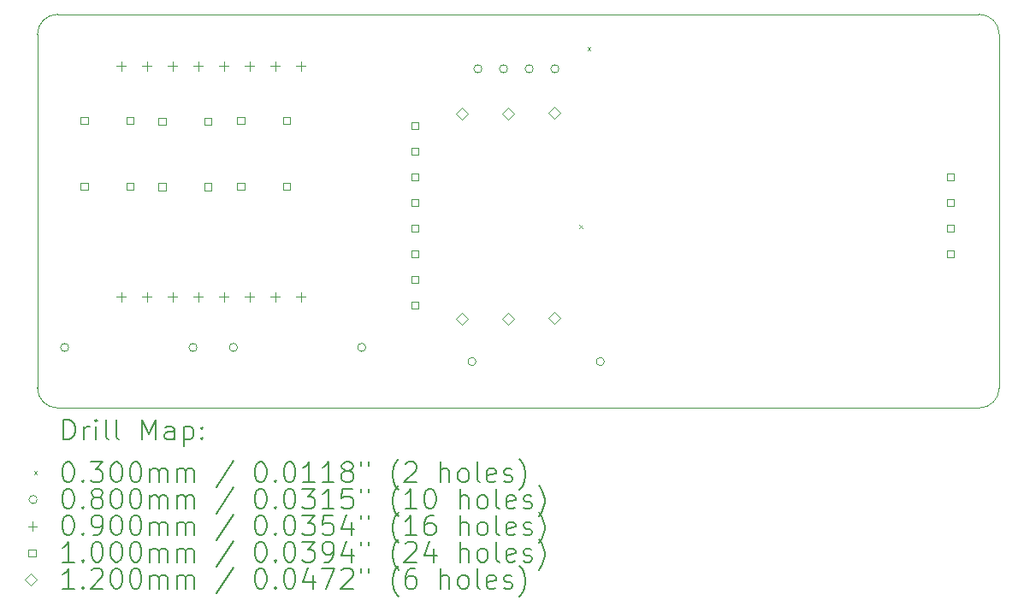
<source format=gbr>
%TF.GenerationSoftware,KiCad,Pcbnew,8.99.0-3334-g98ae574c78*%
%TF.CreationDate,2024-12-20T16:25:26-06:00*%
%TF.ProjectId,CyberStation,43796265-7253-4746-9174-696f6e2e6b69,rev?*%
%TF.SameCoordinates,Original*%
%TF.FileFunction,Drillmap*%
%TF.FilePolarity,Positive*%
%FSLAX45Y45*%
G04 Gerber Fmt 4.5, Leading zero omitted, Abs format (unit mm)*
G04 Created by KiCad (PCBNEW 8.99.0-3334-g98ae574c78) date 2024-12-20 16:25:26*
%MOMM*%
%LPD*%
G01*
G04 APERTURE LIST*
%ADD10C,0.050000*%
%ADD11C,0.200000*%
%ADD12C,0.100000*%
%ADD13C,0.120000*%
G04 APERTURE END LIST*
D10*
X10980000Y-6660000D02*
X20100000Y-6660000D01*
X10780000Y-10360000D02*
X10780000Y-6860000D01*
X20100000Y-10560000D02*
X10980000Y-10560000D01*
X20100000Y-6660000D02*
G75*
G02*
X20300000Y-6860000I0J-200000D01*
G01*
X10980000Y-10560000D02*
G75*
G02*
X10780000Y-10360000I0J200000D01*
G01*
X20300000Y-10360000D02*
G75*
G02*
X20100000Y-10560000I-200000J0D01*
G01*
X10780000Y-6860000D02*
G75*
G02*
X10980000Y-6660000I200000J0D01*
G01*
X20300000Y-6860000D02*
X20300000Y-10360000D01*
D11*
D12*
X16145000Y-8745000D02*
X16175000Y-8775000D01*
X16175000Y-8745000D02*
X16145000Y-8775000D01*
X16225000Y-6985000D02*
X16255000Y-7015000D01*
X16255000Y-6985000D02*
X16225000Y-7015000D01*
X11090000Y-9960000D02*
G75*
G02*
X11010000Y-9960000I-40000J0D01*
G01*
X11010000Y-9960000D02*
G75*
G02*
X11090000Y-9960000I40000J0D01*
G01*
X12360000Y-9960000D02*
G75*
G02*
X12280000Y-9960000I-40000J0D01*
G01*
X12280000Y-9960000D02*
G75*
G02*
X12360000Y-9960000I40000J0D01*
G01*
X12760000Y-9960000D02*
G75*
G02*
X12680000Y-9960000I-40000J0D01*
G01*
X12680000Y-9960000D02*
G75*
G02*
X12760000Y-9960000I40000J0D01*
G01*
X14030000Y-9960000D02*
G75*
G02*
X13950000Y-9960000I-40000J0D01*
G01*
X13950000Y-9960000D02*
G75*
G02*
X14030000Y-9960000I40000J0D01*
G01*
X15120000Y-10100000D02*
G75*
G02*
X15040000Y-10100000I-40000J0D01*
G01*
X15040000Y-10100000D02*
G75*
G02*
X15120000Y-10100000I40000J0D01*
G01*
X15180000Y-7200000D02*
G75*
G02*
X15100000Y-7200000I-40000J0D01*
G01*
X15100000Y-7200000D02*
G75*
G02*
X15180000Y-7200000I40000J0D01*
G01*
X15434000Y-7200000D02*
G75*
G02*
X15354000Y-7200000I-40000J0D01*
G01*
X15354000Y-7200000D02*
G75*
G02*
X15434000Y-7200000I40000J0D01*
G01*
X15688000Y-7200000D02*
G75*
G02*
X15608000Y-7200000I-40000J0D01*
G01*
X15608000Y-7200000D02*
G75*
G02*
X15688000Y-7200000I40000J0D01*
G01*
X15942000Y-7200000D02*
G75*
G02*
X15862000Y-7200000I-40000J0D01*
G01*
X15862000Y-7200000D02*
G75*
G02*
X15942000Y-7200000I40000J0D01*
G01*
X16390000Y-10100000D02*
G75*
G02*
X16310000Y-10100000I-40000J0D01*
G01*
X16310000Y-10100000D02*
G75*
G02*
X16390000Y-10100000I40000J0D01*
G01*
X11610000Y-7129000D02*
X11610000Y-7219000D01*
X11565000Y-7174000D02*
X11655000Y-7174000D01*
X11610000Y-9415000D02*
X11610000Y-9505000D01*
X11565000Y-9460000D02*
X11655000Y-9460000D01*
X11864000Y-7129000D02*
X11864000Y-7219000D01*
X11819000Y-7174000D02*
X11909000Y-7174000D01*
X11864000Y-9415000D02*
X11864000Y-9505000D01*
X11819000Y-9460000D02*
X11909000Y-9460000D01*
X12118000Y-7129000D02*
X12118000Y-7219000D01*
X12073000Y-7174000D02*
X12163000Y-7174000D01*
X12118000Y-9415000D02*
X12118000Y-9505000D01*
X12073000Y-9460000D02*
X12163000Y-9460000D01*
X12372000Y-7129000D02*
X12372000Y-7219000D01*
X12327000Y-7174000D02*
X12417000Y-7174000D01*
X12372000Y-9415000D02*
X12372000Y-9505000D01*
X12327000Y-9460000D02*
X12417000Y-9460000D01*
X12626000Y-7129000D02*
X12626000Y-7219000D01*
X12581000Y-7174000D02*
X12671000Y-7174000D01*
X12626000Y-9415000D02*
X12626000Y-9505000D01*
X12581000Y-9460000D02*
X12671000Y-9460000D01*
X12880000Y-7129000D02*
X12880000Y-7219000D01*
X12835000Y-7174000D02*
X12925000Y-7174000D01*
X12880000Y-9415000D02*
X12880000Y-9505000D01*
X12835000Y-9460000D02*
X12925000Y-9460000D01*
X13134000Y-7129000D02*
X13134000Y-7219000D01*
X13089000Y-7174000D02*
X13179000Y-7174000D01*
X13134000Y-9415000D02*
X13134000Y-9505000D01*
X13089000Y-9460000D02*
X13179000Y-9460000D01*
X13388000Y-7129000D02*
X13388000Y-7219000D01*
X13343000Y-7174000D02*
X13433000Y-7174000D01*
X13388000Y-9415000D02*
X13388000Y-9505000D01*
X13343000Y-9460000D02*
X13433000Y-9460000D01*
X11280356Y-7750356D02*
X11280356Y-7679644D01*
X11209644Y-7679644D01*
X11209644Y-7750356D01*
X11280356Y-7750356D01*
X11280356Y-8400356D02*
X11280356Y-8329644D01*
X11209644Y-8329644D01*
X11209644Y-8400356D01*
X11280356Y-8400356D01*
X11730356Y-7750356D02*
X11730356Y-7679644D01*
X11659644Y-7679644D01*
X11659644Y-7750356D01*
X11730356Y-7750356D01*
X11730356Y-8400356D02*
X11730356Y-8329644D01*
X11659644Y-8329644D01*
X11659644Y-8400356D01*
X11730356Y-8400356D01*
X12050356Y-7755356D02*
X12050356Y-7684644D01*
X11979644Y-7684644D01*
X11979644Y-7755356D01*
X12050356Y-7755356D01*
X12050356Y-8405356D02*
X12050356Y-8334644D01*
X11979644Y-8334644D01*
X11979644Y-8405356D01*
X12050356Y-8405356D01*
X12500356Y-7755356D02*
X12500356Y-7684644D01*
X12429644Y-7684644D01*
X12429644Y-7755356D01*
X12500356Y-7755356D01*
X12500356Y-8405356D02*
X12500356Y-8334644D01*
X12429644Y-8334644D01*
X12429644Y-8405356D01*
X12500356Y-8405356D01*
X12830356Y-7750356D02*
X12830356Y-7679644D01*
X12759644Y-7679644D01*
X12759644Y-7750356D01*
X12830356Y-7750356D01*
X12830356Y-8400356D02*
X12830356Y-8329644D01*
X12759644Y-8329644D01*
X12759644Y-8400356D01*
X12830356Y-8400356D01*
X13280356Y-7750356D02*
X13280356Y-7679644D01*
X13209644Y-7679644D01*
X13209644Y-7750356D01*
X13280356Y-7750356D01*
X13280356Y-8400356D02*
X13280356Y-8329644D01*
X13209644Y-8329644D01*
X13209644Y-8400356D01*
X13280356Y-8400356D01*
X14553856Y-7798856D02*
X14553856Y-7728144D01*
X14483144Y-7728144D01*
X14483144Y-7798856D01*
X14553856Y-7798856D01*
X14553856Y-8052856D02*
X14553856Y-7982144D01*
X14483144Y-7982144D01*
X14483144Y-8052856D01*
X14553856Y-8052856D01*
X14553856Y-8306856D02*
X14553856Y-8236144D01*
X14483144Y-8236144D01*
X14483144Y-8306856D01*
X14553856Y-8306856D01*
X14553856Y-8560856D02*
X14553856Y-8490144D01*
X14483144Y-8490144D01*
X14483144Y-8560856D01*
X14553856Y-8560856D01*
X14553856Y-8814856D02*
X14553856Y-8744144D01*
X14483144Y-8744144D01*
X14483144Y-8814856D01*
X14553856Y-8814856D01*
X14553856Y-9068856D02*
X14553856Y-8998144D01*
X14483144Y-8998144D01*
X14483144Y-9068856D01*
X14553856Y-9068856D01*
X14553856Y-9322856D02*
X14553856Y-9252144D01*
X14483144Y-9252144D01*
X14483144Y-9322856D01*
X14553856Y-9322856D01*
X14553856Y-9576856D02*
X14553856Y-9506144D01*
X14483144Y-9506144D01*
X14483144Y-9576856D01*
X14553856Y-9576856D01*
X19853856Y-8306856D02*
X19853856Y-8236144D01*
X19783144Y-8236144D01*
X19783144Y-8306856D01*
X19853856Y-8306856D01*
X19853856Y-8560856D02*
X19853856Y-8490144D01*
X19783144Y-8490144D01*
X19783144Y-8560856D01*
X19853856Y-8560856D01*
X19853856Y-8814856D02*
X19853856Y-8744144D01*
X19783144Y-8744144D01*
X19783144Y-8814856D01*
X19853856Y-8814856D01*
X19853856Y-9068856D02*
X19853856Y-8998144D01*
X19783144Y-8998144D01*
X19783144Y-9068856D01*
X19853856Y-9068856D01*
D13*
X14980000Y-7704000D02*
X15040000Y-7644000D01*
X14980000Y-7584000D01*
X14920000Y-7644000D01*
X14980000Y-7704000D01*
X14980000Y-9736000D02*
X15040000Y-9676000D01*
X14980000Y-9616000D01*
X14920000Y-9676000D01*
X14980000Y-9736000D01*
X15440000Y-7704000D02*
X15500000Y-7644000D01*
X15440000Y-7584000D01*
X15380000Y-7644000D01*
X15440000Y-7704000D01*
X15440000Y-9736000D02*
X15500000Y-9676000D01*
X15440000Y-9616000D01*
X15380000Y-9676000D01*
X15440000Y-9736000D01*
X15900000Y-7696500D02*
X15960000Y-7636500D01*
X15900000Y-7576500D01*
X15840000Y-7636500D01*
X15900000Y-7696500D01*
X15900000Y-9728500D02*
X15960000Y-9668500D01*
X15900000Y-9608500D01*
X15840000Y-9668500D01*
X15900000Y-9728500D01*
D11*
X11038277Y-10873984D02*
X11038277Y-10673984D01*
X11038277Y-10673984D02*
X11085896Y-10673984D01*
X11085896Y-10673984D02*
X11114467Y-10683508D01*
X11114467Y-10683508D02*
X11133515Y-10702555D01*
X11133515Y-10702555D02*
X11143039Y-10721603D01*
X11143039Y-10721603D02*
X11152563Y-10759698D01*
X11152563Y-10759698D02*
X11152563Y-10788270D01*
X11152563Y-10788270D02*
X11143039Y-10826365D01*
X11143039Y-10826365D02*
X11133515Y-10845412D01*
X11133515Y-10845412D02*
X11114467Y-10864460D01*
X11114467Y-10864460D02*
X11085896Y-10873984D01*
X11085896Y-10873984D02*
X11038277Y-10873984D01*
X11238277Y-10873984D02*
X11238277Y-10740650D01*
X11238277Y-10778746D02*
X11247801Y-10759698D01*
X11247801Y-10759698D02*
X11257324Y-10750174D01*
X11257324Y-10750174D02*
X11276372Y-10740650D01*
X11276372Y-10740650D02*
X11295420Y-10740650D01*
X11362086Y-10873984D02*
X11362086Y-10740650D01*
X11362086Y-10673984D02*
X11352562Y-10683508D01*
X11352562Y-10683508D02*
X11362086Y-10693031D01*
X11362086Y-10693031D02*
X11371610Y-10683508D01*
X11371610Y-10683508D02*
X11362086Y-10673984D01*
X11362086Y-10673984D02*
X11362086Y-10693031D01*
X11485896Y-10873984D02*
X11466848Y-10864460D01*
X11466848Y-10864460D02*
X11457324Y-10845412D01*
X11457324Y-10845412D02*
X11457324Y-10673984D01*
X11590658Y-10873984D02*
X11571610Y-10864460D01*
X11571610Y-10864460D02*
X11562086Y-10845412D01*
X11562086Y-10845412D02*
X11562086Y-10673984D01*
X11819229Y-10873984D02*
X11819229Y-10673984D01*
X11819229Y-10673984D02*
X11885896Y-10816841D01*
X11885896Y-10816841D02*
X11952562Y-10673984D01*
X11952562Y-10673984D02*
X11952562Y-10873984D01*
X12133515Y-10873984D02*
X12133515Y-10769222D01*
X12133515Y-10769222D02*
X12123991Y-10750174D01*
X12123991Y-10750174D02*
X12104943Y-10740650D01*
X12104943Y-10740650D02*
X12066848Y-10740650D01*
X12066848Y-10740650D02*
X12047801Y-10750174D01*
X12133515Y-10864460D02*
X12114467Y-10873984D01*
X12114467Y-10873984D02*
X12066848Y-10873984D01*
X12066848Y-10873984D02*
X12047801Y-10864460D01*
X12047801Y-10864460D02*
X12038277Y-10845412D01*
X12038277Y-10845412D02*
X12038277Y-10826365D01*
X12038277Y-10826365D02*
X12047801Y-10807317D01*
X12047801Y-10807317D02*
X12066848Y-10797793D01*
X12066848Y-10797793D02*
X12114467Y-10797793D01*
X12114467Y-10797793D02*
X12133515Y-10788270D01*
X12228753Y-10740650D02*
X12228753Y-10940650D01*
X12228753Y-10750174D02*
X12247801Y-10740650D01*
X12247801Y-10740650D02*
X12285896Y-10740650D01*
X12285896Y-10740650D02*
X12304943Y-10750174D01*
X12304943Y-10750174D02*
X12314467Y-10759698D01*
X12314467Y-10759698D02*
X12323991Y-10778746D01*
X12323991Y-10778746D02*
X12323991Y-10835889D01*
X12323991Y-10835889D02*
X12314467Y-10854936D01*
X12314467Y-10854936D02*
X12304943Y-10864460D01*
X12304943Y-10864460D02*
X12285896Y-10873984D01*
X12285896Y-10873984D02*
X12247801Y-10873984D01*
X12247801Y-10873984D02*
X12228753Y-10864460D01*
X12409705Y-10854936D02*
X12419229Y-10864460D01*
X12419229Y-10864460D02*
X12409705Y-10873984D01*
X12409705Y-10873984D02*
X12400182Y-10864460D01*
X12400182Y-10864460D02*
X12409705Y-10854936D01*
X12409705Y-10854936D02*
X12409705Y-10873984D01*
X12409705Y-10750174D02*
X12419229Y-10759698D01*
X12419229Y-10759698D02*
X12409705Y-10769222D01*
X12409705Y-10769222D02*
X12400182Y-10759698D01*
X12400182Y-10759698D02*
X12409705Y-10750174D01*
X12409705Y-10750174D02*
X12409705Y-10769222D01*
D12*
X10747500Y-11187500D02*
X10777500Y-11217500D01*
X10777500Y-11187500D02*
X10747500Y-11217500D01*
D11*
X11076372Y-11093984D02*
X11095420Y-11093984D01*
X11095420Y-11093984D02*
X11114467Y-11103508D01*
X11114467Y-11103508D02*
X11123991Y-11113031D01*
X11123991Y-11113031D02*
X11133515Y-11132079D01*
X11133515Y-11132079D02*
X11143039Y-11170174D01*
X11143039Y-11170174D02*
X11143039Y-11217793D01*
X11143039Y-11217793D02*
X11133515Y-11255888D01*
X11133515Y-11255888D02*
X11123991Y-11274936D01*
X11123991Y-11274936D02*
X11114467Y-11284460D01*
X11114467Y-11284460D02*
X11095420Y-11293984D01*
X11095420Y-11293984D02*
X11076372Y-11293984D01*
X11076372Y-11293984D02*
X11057324Y-11284460D01*
X11057324Y-11284460D02*
X11047801Y-11274936D01*
X11047801Y-11274936D02*
X11038277Y-11255888D01*
X11038277Y-11255888D02*
X11028753Y-11217793D01*
X11028753Y-11217793D02*
X11028753Y-11170174D01*
X11028753Y-11170174D02*
X11038277Y-11132079D01*
X11038277Y-11132079D02*
X11047801Y-11113031D01*
X11047801Y-11113031D02*
X11057324Y-11103508D01*
X11057324Y-11103508D02*
X11076372Y-11093984D01*
X11228753Y-11274936D02*
X11238277Y-11284460D01*
X11238277Y-11284460D02*
X11228753Y-11293984D01*
X11228753Y-11293984D02*
X11219229Y-11284460D01*
X11219229Y-11284460D02*
X11228753Y-11274936D01*
X11228753Y-11274936D02*
X11228753Y-11293984D01*
X11304943Y-11093984D02*
X11428753Y-11093984D01*
X11428753Y-11093984D02*
X11362086Y-11170174D01*
X11362086Y-11170174D02*
X11390658Y-11170174D01*
X11390658Y-11170174D02*
X11409705Y-11179698D01*
X11409705Y-11179698D02*
X11419229Y-11189222D01*
X11419229Y-11189222D02*
X11428753Y-11208269D01*
X11428753Y-11208269D02*
X11428753Y-11255888D01*
X11428753Y-11255888D02*
X11419229Y-11274936D01*
X11419229Y-11274936D02*
X11409705Y-11284460D01*
X11409705Y-11284460D02*
X11390658Y-11293984D01*
X11390658Y-11293984D02*
X11333515Y-11293984D01*
X11333515Y-11293984D02*
X11314467Y-11284460D01*
X11314467Y-11284460D02*
X11304943Y-11274936D01*
X11552562Y-11093984D02*
X11571610Y-11093984D01*
X11571610Y-11093984D02*
X11590658Y-11103508D01*
X11590658Y-11103508D02*
X11600182Y-11113031D01*
X11600182Y-11113031D02*
X11609705Y-11132079D01*
X11609705Y-11132079D02*
X11619229Y-11170174D01*
X11619229Y-11170174D02*
X11619229Y-11217793D01*
X11619229Y-11217793D02*
X11609705Y-11255888D01*
X11609705Y-11255888D02*
X11600182Y-11274936D01*
X11600182Y-11274936D02*
X11590658Y-11284460D01*
X11590658Y-11284460D02*
X11571610Y-11293984D01*
X11571610Y-11293984D02*
X11552562Y-11293984D01*
X11552562Y-11293984D02*
X11533515Y-11284460D01*
X11533515Y-11284460D02*
X11523991Y-11274936D01*
X11523991Y-11274936D02*
X11514467Y-11255888D01*
X11514467Y-11255888D02*
X11504943Y-11217793D01*
X11504943Y-11217793D02*
X11504943Y-11170174D01*
X11504943Y-11170174D02*
X11514467Y-11132079D01*
X11514467Y-11132079D02*
X11523991Y-11113031D01*
X11523991Y-11113031D02*
X11533515Y-11103508D01*
X11533515Y-11103508D02*
X11552562Y-11093984D01*
X11743039Y-11093984D02*
X11762086Y-11093984D01*
X11762086Y-11093984D02*
X11781134Y-11103508D01*
X11781134Y-11103508D02*
X11790658Y-11113031D01*
X11790658Y-11113031D02*
X11800182Y-11132079D01*
X11800182Y-11132079D02*
X11809705Y-11170174D01*
X11809705Y-11170174D02*
X11809705Y-11217793D01*
X11809705Y-11217793D02*
X11800182Y-11255888D01*
X11800182Y-11255888D02*
X11790658Y-11274936D01*
X11790658Y-11274936D02*
X11781134Y-11284460D01*
X11781134Y-11284460D02*
X11762086Y-11293984D01*
X11762086Y-11293984D02*
X11743039Y-11293984D01*
X11743039Y-11293984D02*
X11723991Y-11284460D01*
X11723991Y-11284460D02*
X11714467Y-11274936D01*
X11714467Y-11274936D02*
X11704943Y-11255888D01*
X11704943Y-11255888D02*
X11695420Y-11217793D01*
X11695420Y-11217793D02*
X11695420Y-11170174D01*
X11695420Y-11170174D02*
X11704943Y-11132079D01*
X11704943Y-11132079D02*
X11714467Y-11113031D01*
X11714467Y-11113031D02*
X11723991Y-11103508D01*
X11723991Y-11103508D02*
X11743039Y-11093984D01*
X11895420Y-11293984D02*
X11895420Y-11160650D01*
X11895420Y-11179698D02*
X11904943Y-11170174D01*
X11904943Y-11170174D02*
X11923991Y-11160650D01*
X11923991Y-11160650D02*
X11952563Y-11160650D01*
X11952563Y-11160650D02*
X11971610Y-11170174D01*
X11971610Y-11170174D02*
X11981134Y-11189222D01*
X11981134Y-11189222D02*
X11981134Y-11293984D01*
X11981134Y-11189222D02*
X11990658Y-11170174D01*
X11990658Y-11170174D02*
X12009705Y-11160650D01*
X12009705Y-11160650D02*
X12038277Y-11160650D01*
X12038277Y-11160650D02*
X12057324Y-11170174D01*
X12057324Y-11170174D02*
X12066848Y-11189222D01*
X12066848Y-11189222D02*
X12066848Y-11293984D01*
X12162086Y-11293984D02*
X12162086Y-11160650D01*
X12162086Y-11179698D02*
X12171610Y-11170174D01*
X12171610Y-11170174D02*
X12190658Y-11160650D01*
X12190658Y-11160650D02*
X12219229Y-11160650D01*
X12219229Y-11160650D02*
X12238277Y-11170174D01*
X12238277Y-11170174D02*
X12247801Y-11189222D01*
X12247801Y-11189222D02*
X12247801Y-11293984D01*
X12247801Y-11189222D02*
X12257324Y-11170174D01*
X12257324Y-11170174D02*
X12276372Y-11160650D01*
X12276372Y-11160650D02*
X12304943Y-11160650D01*
X12304943Y-11160650D02*
X12323991Y-11170174D01*
X12323991Y-11170174D02*
X12333515Y-11189222D01*
X12333515Y-11189222D02*
X12333515Y-11293984D01*
X12723991Y-11084460D02*
X12552563Y-11341603D01*
X12981134Y-11093984D02*
X13000182Y-11093984D01*
X13000182Y-11093984D02*
X13019229Y-11103508D01*
X13019229Y-11103508D02*
X13028753Y-11113031D01*
X13028753Y-11113031D02*
X13038277Y-11132079D01*
X13038277Y-11132079D02*
X13047801Y-11170174D01*
X13047801Y-11170174D02*
X13047801Y-11217793D01*
X13047801Y-11217793D02*
X13038277Y-11255888D01*
X13038277Y-11255888D02*
X13028753Y-11274936D01*
X13028753Y-11274936D02*
X13019229Y-11284460D01*
X13019229Y-11284460D02*
X13000182Y-11293984D01*
X13000182Y-11293984D02*
X12981134Y-11293984D01*
X12981134Y-11293984D02*
X12962086Y-11284460D01*
X12962086Y-11284460D02*
X12952563Y-11274936D01*
X12952563Y-11274936D02*
X12943039Y-11255888D01*
X12943039Y-11255888D02*
X12933515Y-11217793D01*
X12933515Y-11217793D02*
X12933515Y-11170174D01*
X12933515Y-11170174D02*
X12943039Y-11132079D01*
X12943039Y-11132079D02*
X12952563Y-11113031D01*
X12952563Y-11113031D02*
X12962086Y-11103508D01*
X12962086Y-11103508D02*
X12981134Y-11093984D01*
X13133515Y-11274936D02*
X13143039Y-11284460D01*
X13143039Y-11284460D02*
X13133515Y-11293984D01*
X13133515Y-11293984D02*
X13123991Y-11284460D01*
X13123991Y-11284460D02*
X13133515Y-11274936D01*
X13133515Y-11274936D02*
X13133515Y-11293984D01*
X13266848Y-11093984D02*
X13285896Y-11093984D01*
X13285896Y-11093984D02*
X13304944Y-11103508D01*
X13304944Y-11103508D02*
X13314467Y-11113031D01*
X13314467Y-11113031D02*
X13323991Y-11132079D01*
X13323991Y-11132079D02*
X13333515Y-11170174D01*
X13333515Y-11170174D02*
X13333515Y-11217793D01*
X13333515Y-11217793D02*
X13323991Y-11255888D01*
X13323991Y-11255888D02*
X13314467Y-11274936D01*
X13314467Y-11274936D02*
X13304944Y-11284460D01*
X13304944Y-11284460D02*
X13285896Y-11293984D01*
X13285896Y-11293984D02*
X13266848Y-11293984D01*
X13266848Y-11293984D02*
X13247801Y-11284460D01*
X13247801Y-11284460D02*
X13238277Y-11274936D01*
X13238277Y-11274936D02*
X13228753Y-11255888D01*
X13228753Y-11255888D02*
X13219229Y-11217793D01*
X13219229Y-11217793D02*
X13219229Y-11170174D01*
X13219229Y-11170174D02*
X13228753Y-11132079D01*
X13228753Y-11132079D02*
X13238277Y-11113031D01*
X13238277Y-11113031D02*
X13247801Y-11103508D01*
X13247801Y-11103508D02*
X13266848Y-11093984D01*
X13523991Y-11293984D02*
X13409706Y-11293984D01*
X13466848Y-11293984D02*
X13466848Y-11093984D01*
X13466848Y-11093984D02*
X13447801Y-11122555D01*
X13447801Y-11122555D02*
X13428753Y-11141603D01*
X13428753Y-11141603D02*
X13409706Y-11151127D01*
X13714467Y-11293984D02*
X13600182Y-11293984D01*
X13657325Y-11293984D02*
X13657325Y-11093984D01*
X13657325Y-11093984D02*
X13638277Y-11122555D01*
X13638277Y-11122555D02*
X13619229Y-11141603D01*
X13619229Y-11141603D02*
X13600182Y-11151127D01*
X13828753Y-11179698D02*
X13809706Y-11170174D01*
X13809706Y-11170174D02*
X13800182Y-11160650D01*
X13800182Y-11160650D02*
X13790658Y-11141603D01*
X13790658Y-11141603D02*
X13790658Y-11132079D01*
X13790658Y-11132079D02*
X13800182Y-11113031D01*
X13800182Y-11113031D02*
X13809706Y-11103508D01*
X13809706Y-11103508D02*
X13828753Y-11093984D01*
X13828753Y-11093984D02*
X13866848Y-11093984D01*
X13866848Y-11093984D02*
X13885896Y-11103508D01*
X13885896Y-11103508D02*
X13895420Y-11113031D01*
X13895420Y-11113031D02*
X13904944Y-11132079D01*
X13904944Y-11132079D02*
X13904944Y-11141603D01*
X13904944Y-11141603D02*
X13895420Y-11160650D01*
X13895420Y-11160650D02*
X13885896Y-11170174D01*
X13885896Y-11170174D02*
X13866848Y-11179698D01*
X13866848Y-11179698D02*
X13828753Y-11179698D01*
X13828753Y-11179698D02*
X13809706Y-11189222D01*
X13809706Y-11189222D02*
X13800182Y-11198746D01*
X13800182Y-11198746D02*
X13790658Y-11217793D01*
X13790658Y-11217793D02*
X13790658Y-11255888D01*
X13790658Y-11255888D02*
X13800182Y-11274936D01*
X13800182Y-11274936D02*
X13809706Y-11284460D01*
X13809706Y-11284460D02*
X13828753Y-11293984D01*
X13828753Y-11293984D02*
X13866848Y-11293984D01*
X13866848Y-11293984D02*
X13885896Y-11284460D01*
X13885896Y-11284460D02*
X13895420Y-11274936D01*
X13895420Y-11274936D02*
X13904944Y-11255888D01*
X13904944Y-11255888D02*
X13904944Y-11217793D01*
X13904944Y-11217793D02*
X13895420Y-11198746D01*
X13895420Y-11198746D02*
X13885896Y-11189222D01*
X13885896Y-11189222D02*
X13866848Y-11179698D01*
X13981134Y-11093984D02*
X13981134Y-11132079D01*
X14057325Y-11093984D02*
X14057325Y-11132079D01*
X14352563Y-11370174D02*
X14343039Y-11360650D01*
X14343039Y-11360650D02*
X14323991Y-11332079D01*
X14323991Y-11332079D02*
X14314468Y-11313031D01*
X14314468Y-11313031D02*
X14304944Y-11284460D01*
X14304944Y-11284460D02*
X14295420Y-11236841D01*
X14295420Y-11236841D02*
X14295420Y-11198746D01*
X14295420Y-11198746D02*
X14304944Y-11151127D01*
X14304944Y-11151127D02*
X14314468Y-11122555D01*
X14314468Y-11122555D02*
X14323991Y-11103508D01*
X14323991Y-11103508D02*
X14343039Y-11074936D01*
X14343039Y-11074936D02*
X14352563Y-11065412D01*
X14419229Y-11113031D02*
X14428753Y-11103508D01*
X14428753Y-11103508D02*
X14447801Y-11093984D01*
X14447801Y-11093984D02*
X14495420Y-11093984D01*
X14495420Y-11093984D02*
X14514468Y-11103508D01*
X14514468Y-11103508D02*
X14523991Y-11113031D01*
X14523991Y-11113031D02*
X14533515Y-11132079D01*
X14533515Y-11132079D02*
X14533515Y-11151127D01*
X14533515Y-11151127D02*
X14523991Y-11179698D01*
X14523991Y-11179698D02*
X14409706Y-11293984D01*
X14409706Y-11293984D02*
X14533515Y-11293984D01*
X14771610Y-11293984D02*
X14771610Y-11093984D01*
X14857325Y-11293984D02*
X14857325Y-11189222D01*
X14857325Y-11189222D02*
X14847801Y-11170174D01*
X14847801Y-11170174D02*
X14828753Y-11160650D01*
X14828753Y-11160650D02*
X14800182Y-11160650D01*
X14800182Y-11160650D02*
X14781134Y-11170174D01*
X14781134Y-11170174D02*
X14771610Y-11179698D01*
X14981134Y-11293984D02*
X14962087Y-11284460D01*
X14962087Y-11284460D02*
X14952563Y-11274936D01*
X14952563Y-11274936D02*
X14943039Y-11255888D01*
X14943039Y-11255888D02*
X14943039Y-11198746D01*
X14943039Y-11198746D02*
X14952563Y-11179698D01*
X14952563Y-11179698D02*
X14962087Y-11170174D01*
X14962087Y-11170174D02*
X14981134Y-11160650D01*
X14981134Y-11160650D02*
X15009706Y-11160650D01*
X15009706Y-11160650D02*
X15028753Y-11170174D01*
X15028753Y-11170174D02*
X15038277Y-11179698D01*
X15038277Y-11179698D02*
X15047801Y-11198746D01*
X15047801Y-11198746D02*
X15047801Y-11255888D01*
X15047801Y-11255888D02*
X15038277Y-11274936D01*
X15038277Y-11274936D02*
X15028753Y-11284460D01*
X15028753Y-11284460D02*
X15009706Y-11293984D01*
X15009706Y-11293984D02*
X14981134Y-11293984D01*
X15162087Y-11293984D02*
X15143039Y-11284460D01*
X15143039Y-11284460D02*
X15133515Y-11265412D01*
X15133515Y-11265412D02*
X15133515Y-11093984D01*
X15314468Y-11284460D02*
X15295420Y-11293984D01*
X15295420Y-11293984D02*
X15257325Y-11293984D01*
X15257325Y-11293984D02*
X15238277Y-11284460D01*
X15238277Y-11284460D02*
X15228753Y-11265412D01*
X15228753Y-11265412D02*
X15228753Y-11189222D01*
X15228753Y-11189222D02*
X15238277Y-11170174D01*
X15238277Y-11170174D02*
X15257325Y-11160650D01*
X15257325Y-11160650D02*
X15295420Y-11160650D01*
X15295420Y-11160650D02*
X15314468Y-11170174D01*
X15314468Y-11170174D02*
X15323991Y-11189222D01*
X15323991Y-11189222D02*
X15323991Y-11208269D01*
X15323991Y-11208269D02*
X15228753Y-11227317D01*
X15400182Y-11284460D02*
X15419230Y-11293984D01*
X15419230Y-11293984D02*
X15457325Y-11293984D01*
X15457325Y-11293984D02*
X15476372Y-11284460D01*
X15476372Y-11284460D02*
X15485896Y-11265412D01*
X15485896Y-11265412D02*
X15485896Y-11255888D01*
X15485896Y-11255888D02*
X15476372Y-11236841D01*
X15476372Y-11236841D02*
X15457325Y-11227317D01*
X15457325Y-11227317D02*
X15428753Y-11227317D01*
X15428753Y-11227317D02*
X15409706Y-11217793D01*
X15409706Y-11217793D02*
X15400182Y-11198746D01*
X15400182Y-11198746D02*
X15400182Y-11189222D01*
X15400182Y-11189222D02*
X15409706Y-11170174D01*
X15409706Y-11170174D02*
X15428753Y-11160650D01*
X15428753Y-11160650D02*
X15457325Y-11160650D01*
X15457325Y-11160650D02*
X15476372Y-11170174D01*
X15552563Y-11370174D02*
X15562087Y-11360650D01*
X15562087Y-11360650D02*
X15581134Y-11332079D01*
X15581134Y-11332079D02*
X15590658Y-11313031D01*
X15590658Y-11313031D02*
X15600182Y-11284460D01*
X15600182Y-11284460D02*
X15609706Y-11236841D01*
X15609706Y-11236841D02*
X15609706Y-11198746D01*
X15609706Y-11198746D02*
X15600182Y-11151127D01*
X15600182Y-11151127D02*
X15590658Y-11122555D01*
X15590658Y-11122555D02*
X15581134Y-11103508D01*
X15581134Y-11103508D02*
X15562087Y-11074936D01*
X15562087Y-11074936D02*
X15552563Y-11065412D01*
D12*
X10777500Y-11466500D02*
G75*
G02*
X10697500Y-11466500I-40000J0D01*
G01*
X10697500Y-11466500D02*
G75*
G02*
X10777500Y-11466500I40000J0D01*
G01*
D11*
X11076372Y-11357984D02*
X11095420Y-11357984D01*
X11095420Y-11357984D02*
X11114467Y-11367508D01*
X11114467Y-11367508D02*
X11123991Y-11377031D01*
X11123991Y-11377031D02*
X11133515Y-11396079D01*
X11133515Y-11396079D02*
X11143039Y-11434174D01*
X11143039Y-11434174D02*
X11143039Y-11481793D01*
X11143039Y-11481793D02*
X11133515Y-11519888D01*
X11133515Y-11519888D02*
X11123991Y-11538936D01*
X11123991Y-11538936D02*
X11114467Y-11548460D01*
X11114467Y-11548460D02*
X11095420Y-11557984D01*
X11095420Y-11557984D02*
X11076372Y-11557984D01*
X11076372Y-11557984D02*
X11057324Y-11548460D01*
X11057324Y-11548460D02*
X11047801Y-11538936D01*
X11047801Y-11538936D02*
X11038277Y-11519888D01*
X11038277Y-11519888D02*
X11028753Y-11481793D01*
X11028753Y-11481793D02*
X11028753Y-11434174D01*
X11028753Y-11434174D02*
X11038277Y-11396079D01*
X11038277Y-11396079D02*
X11047801Y-11377031D01*
X11047801Y-11377031D02*
X11057324Y-11367508D01*
X11057324Y-11367508D02*
X11076372Y-11357984D01*
X11228753Y-11538936D02*
X11238277Y-11548460D01*
X11238277Y-11548460D02*
X11228753Y-11557984D01*
X11228753Y-11557984D02*
X11219229Y-11548460D01*
X11219229Y-11548460D02*
X11228753Y-11538936D01*
X11228753Y-11538936D02*
X11228753Y-11557984D01*
X11352562Y-11443698D02*
X11333515Y-11434174D01*
X11333515Y-11434174D02*
X11323991Y-11424650D01*
X11323991Y-11424650D02*
X11314467Y-11405603D01*
X11314467Y-11405603D02*
X11314467Y-11396079D01*
X11314467Y-11396079D02*
X11323991Y-11377031D01*
X11323991Y-11377031D02*
X11333515Y-11367508D01*
X11333515Y-11367508D02*
X11352562Y-11357984D01*
X11352562Y-11357984D02*
X11390658Y-11357984D01*
X11390658Y-11357984D02*
X11409705Y-11367508D01*
X11409705Y-11367508D02*
X11419229Y-11377031D01*
X11419229Y-11377031D02*
X11428753Y-11396079D01*
X11428753Y-11396079D02*
X11428753Y-11405603D01*
X11428753Y-11405603D02*
X11419229Y-11424650D01*
X11419229Y-11424650D02*
X11409705Y-11434174D01*
X11409705Y-11434174D02*
X11390658Y-11443698D01*
X11390658Y-11443698D02*
X11352562Y-11443698D01*
X11352562Y-11443698D02*
X11333515Y-11453222D01*
X11333515Y-11453222D02*
X11323991Y-11462746D01*
X11323991Y-11462746D02*
X11314467Y-11481793D01*
X11314467Y-11481793D02*
X11314467Y-11519888D01*
X11314467Y-11519888D02*
X11323991Y-11538936D01*
X11323991Y-11538936D02*
X11333515Y-11548460D01*
X11333515Y-11548460D02*
X11352562Y-11557984D01*
X11352562Y-11557984D02*
X11390658Y-11557984D01*
X11390658Y-11557984D02*
X11409705Y-11548460D01*
X11409705Y-11548460D02*
X11419229Y-11538936D01*
X11419229Y-11538936D02*
X11428753Y-11519888D01*
X11428753Y-11519888D02*
X11428753Y-11481793D01*
X11428753Y-11481793D02*
X11419229Y-11462746D01*
X11419229Y-11462746D02*
X11409705Y-11453222D01*
X11409705Y-11453222D02*
X11390658Y-11443698D01*
X11552562Y-11357984D02*
X11571610Y-11357984D01*
X11571610Y-11357984D02*
X11590658Y-11367508D01*
X11590658Y-11367508D02*
X11600182Y-11377031D01*
X11600182Y-11377031D02*
X11609705Y-11396079D01*
X11609705Y-11396079D02*
X11619229Y-11434174D01*
X11619229Y-11434174D02*
X11619229Y-11481793D01*
X11619229Y-11481793D02*
X11609705Y-11519888D01*
X11609705Y-11519888D02*
X11600182Y-11538936D01*
X11600182Y-11538936D02*
X11590658Y-11548460D01*
X11590658Y-11548460D02*
X11571610Y-11557984D01*
X11571610Y-11557984D02*
X11552562Y-11557984D01*
X11552562Y-11557984D02*
X11533515Y-11548460D01*
X11533515Y-11548460D02*
X11523991Y-11538936D01*
X11523991Y-11538936D02*
X11514467Y-11519888D01*
X11514467Y-11519888D02*
X11504943Y-11481793D01*
X11504943Y-11481793D02*
X11504943Y-11434174D01*
X11504943Y-11434174D02*
X11514467Y-11396079D01*
X11514467Y-11396079D02*
X11523991Y-11377031D01*
X11523991Y-11377031D02*
X11533515Y-11367508D01*
X11533515Y-11367508D02*
X11552562Y-11357984D01*
X11743039Y-11357984D02*
X11762086Y-11357984D01*
X11762086Y-11357984D02*
X11781134Y-11367508D01*
X11781134Y-11367508D02*
X11790658Y-11377031D01*
X11790658Y-11377031D02*
X11800182Y-11396079D01*
X11800182Y-11396079D02*
X11809705Y-11434174D01*
X11809705Y-11434174D02*
X11809705Y-11481793D01*
X11809705Y-11481793D02*
X11800182Y-11519888D01*
X11800182Y-11519888D02*
X11790658Y-11538936D01*
X11790658Y-11538936D02*
X11781134Y-11548460D01*
X11781134Y-11548460D02*
X11762086Y-11557984D01*
X11762086Y-11557984D02*
X11743039Y-11557984D01*
X11743039Y-11557984D02*
X11723991Y-11548460D01*
X11723991Y-11548460D02*
X11714467Y-11538936D01*
X11714467Y-11538936D02*
X11704943Y-11519888D01*
X11704943Y-11519888D02*
X11695420Y-11481793D01*
X11695420Y-11481793D02*
X11695420Y-11434174D01*
X11695420Y-11434174D02*
X11704943Y-11396079D01*
X11704943Y-11396079D02*
X11714467Y-11377031D01*
X11714467Y-11377031D02*
X11723991Y-11367508D01*
X11723991Y-11367508D02*
X11743039Y-11357984D01*
X11895420Y-11557984D02*
X11895420Y-11424650D01*
X11895420Y-11443698D02*
X11904943Y-11434174D01*
X11904943Y-11434174D02*
X11923991Y-11424650D01*
X11923991Y-11424650D02*
X11952563Y-11424650D01*
X11952563Y-11424650D02*
X11971610Y-11434174D01*
X11971610Y-11434174D02*
X11981134Y-11453222D01*
X11981134Y-11453222D02*
X11981134Y-11557984D01*
X11981134Y-11453222D02*
X11990658Y-11434174D01*
X11990658Y-11434174D02*
X12009705Y-11424650D01*
X12009705Y-11424650D02*
X12038277Y-11424650D01*
X12038277Y-11424650D02*
X12057324Y-11434174D01*
X12057324Y-11434174D02*
X12066848Y-11453222D01*
X12066848Y-11453222D02*
X12066848Y-11557984D01*
X12162086Y-11557984D02*
X12162086Y-11424650D01*
X12162086Y-11443698D02*
X12171610Y-11434174D01*
X12171610Y-11434174D02*
X12190658Y-11424650D01*
X12190658Y-11424650D02*
X12219229Y-11424650D01*
X12219229Y-11424650D02*
X12238277Y-11434174D01*
X12238277Y-11434174D02*
X12247801Y-11453222D01*
X12247801Y-11453222D02*
X12247801Y-11557984D01*
X12247801Y-11453222D02*
X12257324Y-11434174D01*
X12257324Y-11434174D02*
X12276372Y-11424650D01*
X12276372Y-11424650D02*
X12304943Y-11424650D01*
X12304943Y-11424650D02*
X12323991Y-11434174D01*
X12323991Y-11434174D02*
X12333515Y-11453222D01*
X12333515Y-11453222D02*
X12333515Y-11557984D01*
X12723991Y-11348460D02*
X12552563Y-11605603D01*
X12981134Y-11357984D02*
X13000182Y-11357984D01*
X13000182Y-11357984D02*
X13019229Y-11367508D01*
X13019229Y-11367508D02*
X13028753Y-11377031D01*
X13028753Y-11377031D02*
X13038277Y-11396079D01*
X13038277Y-11396079D02*
X13047801Y-11434174D01*
X13047801Y-11434174D02*
X13047801Y-11481793D01*
X13047801Y-11481793D02*
X13038277Y-11519888D01*
X13038277Y-11519888D02*
X13028753Y-11538936D01*
X13028753Y-11538936D02*
X13019229Y-11548460D01*
X13019229Y-11548460D02*
X13000182Y-11557984D01*
X13000182Y-11557984D02*
X12981134Y-11557984D01*
X12981134Y-11557984D02*
X12962086Y-11548460D01*
X12962086Y-11548460D02*
X12952563Y-11538936D01*
X12952563Y-11538936D02*
X12943039Y-11519888D01*
X12943039Y-11519888D02*
X12933515Y-11481793D01*
X12933515Y-11481793D02*
X12933515Y-11434174D01*
X12933515Y-11434174D02*
X12943039Y-11396079D01*
X12943039Y-11396079D02*
X12952563Y-11377031D01*
X12952563Y-11377031D02*
X12962086Y-11367508D01*
X12962086Y-11367508D02*
X12981134Y-11357984D01*
X13133515Y-11538936D02*
X13143039Y-11548460D01*
X13143039Y-11548460D02*
X13133515Y-11557984D01*
X13133515Y-11557984D02*
X13123991Y-11548460D01*
X13123991Y-11548460D02*
X13133515Y-11538936D01*
X13133515Y-11538936D02*
X13133515Y-11557984D01*
X13266848Y-11357984D02*
X13285896Y-11357984D01*
X13285896Y-11357984D02*
X13304944Y-11367508D01*
X13304944Y-11367508D02*
X13314467Y-11377031D01*
X13314467Y-11377031D02*
X13323991Y-11396079D01*
X13323991Y-11396079D02*
X13333515Y-11434174D01*
X13333515Y-11434174D02*
X13333515Y-11481793D01*
X13333515Y-11481793D02*
X13323991Y-11519888D01*
X13323991Y-11519888D02*
X13314467Y-11538936D01*
X13314467Y-11538936D02*
X13304944Y-11548460D01*
X13304944Y-11548460D02*
X13285896Y-11557984D01*
X13285896Y-11557984D02*
X13266848Y-11557984D01*
X13266848Y-11557984D02*
X13247801Y-11548460D01*
X13247801Y-11548460D02*
X13238277Y-11538936D01*
X13238277Y-11538936D02*
X13228753Y-11519888D01*
X13228753Y-11519888D02*
X13219229Y-11481793D01*
X13219229Y-11481793D02*
X13219229Y-11434174D01*
X13219229Y-11434174D02*
X13228753Y-11396079D01*
X13228753Y-11396079D02*
X13238277Y-11377031D01*
X13238277Y-11377031D02*
X13247801Y-11367508D01*
X13247801Y-11367508D02*
X13266848Y-11357984D01*
X13400182Y-11357984D02*
X13523991Y-11357984D01*
X13523991Y-11357984D02*
X13457325Y-11434174D01*
X13457325Y-11434174D02*
X13485896Y-11434174D01*
X13485896Y-11434174D02*
X13504944Y-11443698D01*
X13504944Y-11443698D02*
X13514467Y-11453222D01*
X13514467Y-11453222D02*
X13523991Y-11472269D01*
X13523991Y-11472269D02*
X13523991Y-11519888D01*
X13523991Y-11519888D02*
X13514467Y-11538936D01*
X13514467Y-11538936D02*
X13504944Y-11548460D01*
X13504944Y-11548460D02*
X13485896Y-11557984D01*
X13485896Y-11557984D02*
X13428753Y-11557984D01*
X13428753Y-11557984D02*
X13409706Y-11548460D01*
X13409706Y-11548460D02*
X13400182Y-11538936D01*
X13714467Y-11557984D02*
X13600182Y-11557984D01*
X13657325Y-11557984D02*
X13657325Y-11357984D01*
X13657325Y-11357984D02*
X13638277Y-11386555D01*
X13638277Y-11386555D02*
X13619229Y-11405603D01*
X13619229Y-11405603D02*
X13600182Y-11415127D01*
X13895420Y-11357984D02*
X13800182Y-11357984D01*
X13800182Y-11357984D02*
X13790658Y-11453222D01*
X13790658Y-11453222D02*
X13800182Y-11443698D01*
X13800182Y-11443698D02*
X13819229Y-11434174D01*
X13819229Y-11434174D02*
X13866848Y-11434174D01*
X13866848Y-11434174D02*
X13885896Y-11443698D01*
X13885896Y-11443698D02*
X13895420Y-11453222D01*
X13895420Y-11453222D02*
X13904944Y-11472269D01*
X13904944Y-11472269D02*
X13904944Y-11519888D01*
X13904944Y-11519888D02*
X13895420Y-11538936D01*
X13895420Y-11538936D02*
X13885896Y-11548460D01*
X13885896Y-11548460D02*
X13866848Y-11557984D01*
X13866848Y-11557984D02*
X13819229Y-11557984D01*
X13819229Y-11557984D02*
X13800182Y-11548460D01*
X13800182Y-11548460D02*
X13790658Y-11538936D01*
X13981134Y-11357984D02*
X13981134Y-11396079D01*
X14057325Y-11357984D02*
X14057325Y-11396079D01*
X14352563Y-11634174D02*
X14343039Y-11624650D01*
X14343039Y-11624650D02*
X14323991Y-11596079D01*
X14323991Y-11596079D02*
X14314468Y-11577031D01*
X14314468Y-11577031D02*
X14304944Y-11548460D01*
X14304944Y-11548460D02*
X14295420Y-11500841D01*
X14295420Y-11500841D02*
X14295420Y-11462746D01*
X14295420Y-11462746D02*
X14304944Y-11415127D01*
X14304944Y-11415127D02*
X14314468Y-11386555D01*
X14314468Y-11386555D02*
X14323991Y-11367508D01*
X14323991Y-11367508D02*
X14343039Y-11338936D01*
X14343039Y-11338936D02*
X14352563Y-11329412D01*
X14533515Y-11557984D02*
X14419229Y-11557984D01*
X14476372Y-11557984D02*
X14476372Y-11357984D01*
X14476372Y-11357984D02*
X14457325Y-11386555D01*
X14457325Y-11386555D02*
X14438277Y-11405603D01*
X14438277Y-11405603D02*
X14419229Y-11415127D01*
X14657325Y-11357984D02*
X14676372Y-11357984D01*
X14676372Y-11357984D02*
X14695420Y-11367508D01*
X14695420Y-11367508D02*
X14704944Y-11377031D01*
X14704944Y-11377031D02*
X14714468Y-11396079D01*
X14714468Y-11396079D02*
X14723991Y-11434174D01*
X14723991Y-11434174D02*
X14723991Y-11481793D01*
X14723991Y-11481793D02*
X14714468Y-11519888D01*
X14714468Y-11519888D02*
X14704944Y-11538936D01*
X14704944Y-11538936D02*
X14695420Y-11548460D01*
X14695420Y-11548460D02*
X14676372Y-11557984D01*
X14676372Y-11557984D02*
X14657325Y-11557984D01*
X14657325Y-11557984D02*
X14638277Y-11548460D01*
X14638277Y-11548460D02*
X14628753Y-11538936D01*
X14628753Y-11538936D02*
X14619229Y-11519888D01*
X14619229Y-11519888D02*
X14609706Y-11481793D01*
X14609706Y-11481793D02*
X14609706Y-11434174D01*
X14609706Y-11434174D02*
X14619229Y-11396079D01*
X14619229Y-11396079D02*
X14628753Y-11377031D01*
X14628753Y-11377031D02*
X14638277Y-11367508D01*
X14638277Y-11367508D02*
X14657325Y-11357984D01*
X14962087Y-11557984D02*
X14962087Y-11357984D01*
X15047801Y-11557984D02*
X15047801Y-11453222D01*
X15047801Y-11453222D02*
X15038277Y-11434174D01*
X15038277Y-11434174D02*
X15019230Y-11424650D01*
X15019230Y-11424650D02*
X14990658Y-11424650D01*
X14990658Y-11424650D02*
X14971610Y-11434174D01*
X14971610Y-11434174D02*
X14962087Y-11443698D01*
X15171610Y-11557984D02*
X15152563Y-11548460D01*
X15152563Y-11548460D02*
X15143039Y-11538936D01*
X15143039Y-11538936D02*
X15133515Y-11519888D01*
X15133515Y-11519888D02*
X15133515Y-11462746D01*
X15133515Y-11462746D02*
X15143039Y-11443698D01*
X15143039Y-11443698D02*
X15152563Y-11434174D01*
X15152563Y-11434174D02*
X15171610Y-11424650D01*
X15171610Y-11424650D02*
X15200182Y-11424650D01*
X15200182Y-11424650D02*
X15219230Y-11434174D01*
X15219230Y-11434174D02*
X15228753Y-11443698D01*
X15228753Y-11443698D02*
X15238277Y-11462746D01*
X15238277Y-11462746D02*
X15238277Y-11519888D01*
X15238277Y-11519888D02*
X15228753Y-11538936D01*
X15228753Y-11538936D02*
X15219230Y-11548460D01*
X15219230Y-11548460D02*
X15200182Y-11557984D01*
X15200182Y-11557984D02*
X15171610Y-11557984D01*
X15352563Y-11557984D02*
X15333515Y-11548460D01*
X15333515Y-11548460D02*
X15323991Y-11529412D01*
X15323991Y-11529412D02*
X15323991Y-11357984D01*
X15504944Y-11548460D02*
X15485896Y-11557984D01*
X15485896Y-11557984D02*
X15447801Y-11557984D01*
X15447801Y-11557984D02*
X15428753Y-11548460D01*
X15428753Y-11548460D02*
X15419230Y-11529412D01*
X15419230Y-11529412D02*
X15419230Y-11453222D01*
X15419230Y-11453222D02*
X15428753Y-11434174D01*
X15428753Y-11434174D02*
X15447801Y-11424650D01*
X15447801Y-11424650D02*
X15485896Y-11424650D01*
X15485896Y-11424650D02*
X15504944Y-11434174D01*
X15504944Y-11434174D02*
X15514468Y-11453222D01*
X15514468Y-11453222D02*
X15514468Y-11472269D01*
X15514468Y-11472269D02*
X15419230Y-11491317D01*
X15590658Y-11548460D02*
X15609706Y-11557984D01*
X15609706Y-11557984D02*
X15647801Y-11557984D01*
X15647801Y-11557984D02*
X15666849Y-11548460D01*
X15666849Y-11548460D02*
X15676372Y-11529412D01*
X15676372Y-11529412D02*
X15676372Y-11519888D01*
X15676372Y-11519888D02*
X15666849Y-11500841D01*
X15666849Y-11500841D02*
X15647801Y-11491317D01*
X15647801Y-11491317D02*
X15619230Y-11491317D01*
X15619230Y-11491317D02*
X15600182Y-11481793D01*
X15600182Y-11481793D02*
X15590658Y-11462746D01*
X15590658Y-11462746D02*
X15590658Y-11453222D01*
X15590658Y-11453222D02*
X15600182Y-11434174D01*
X15600182Y-11434174D02*
X15619230Y-11424650D01*
X15619230Y-11424650D02*
X15647801Y-11424650D01*
X15647801Y-11424650D02*
X15666849Y-11434174D01*
X15743039Y-11634174D02*
X15752563Y-11624650D01*
X15752563Y-11624650D02*
X15771611Y-11596079D01*
X15771611Y-11596079D02*
X15781134Y-11577031D01*
X15781134Y-11577031D02*
X15790658Y-11548460D01*
X15790658Y-11548460D02*
X15800182Y-11500841D01*
X15800182Y-11500841D02*
X15800182Y-11462746D01*
X15800182Y-11462746D02*
X15790658Y-11415127D01*
X15790658Y-11415127D02*
X15781134Y-11386555D01*
X15781134Y-11386555D02*
X15771611Y-11367508D01*
X15771611Y-11367508D02*
X15752563Y-11338936D01*
X15752563Y-11338936D02*
X15743039Y-11329412D01*
D12*
X10732500Y-11685500D02*
X10732500Y-11775500D01*
X10687500Y-11730500D02*
X10777500Y-11730500D01*
D11*
X11076372Y-11621984D02*
X11095420Y-11621984D01*
X11095420Y-11621984D02*
X11114467Y-11631508D01*
X11114467Y-11631508D02*
X11123991Y-11641031D01*
X11123991Y-11641031D02*
X11133515Y-11660079D01*
X11133515Y-11660079D02*
X11143039Y-11698174D01*
X11143039Y-11698174D02*
X11143039Y-11745793D01*
X11143039Y-11745793D02*
X11133515Y-11783888D01*
X11133515Y-11783888D02*
X11123991Y-11802936D01*
X11123991Y-11802936D02*
X11114467Y-11812460D01*
X11114467Y-11812460D02*
X11095420Y-11821984D01*
X11095420Y-11821984D02*
X11076372Y-11821984D01*
X11076372Y-11821984D02*
X11057324Y-11812460D01*
X11057324Y-11812460D02*
X11047801Y-11802936D01*
X11047801Y-11802936D02*
X11038277Y-11783888D01*
X11038277Y-11783888D02*
X11028753Y-11745793D01*
X11028753Y-11745793D02*
X11028753Y-11698174D01*
X11028753Y-11698174D02*
X11038277Y-11660079D01*
X11038277Y-11660079D02*
X11047801Y-11641031D01*
X11047801Y-11641031D02*
X11057324Y-11631508D01*
X11057324Y-11631508D02*
X11076372Y-11621984D01*
X11228753Y-11802936D02*
X11238277Y-11812460D01*
X11238277Y-11812460D02*
X11228753Y-11821984D01*
X11228753Y-11821984D02*
X11219229Y-11812460D01*
X11219229Y-11812460D02*
X11228753Y-11802936D01*
X11228753Y-11802936D02*
X11228753Y-11821984D01*
X11333515Y-11821984D02*
X11371610Y-11821984D01*
X11371610Y-11821984D02*
X11390658Y-11812460D01*
X11390658Y-11812460D02*
X11400182Y-11802936D01*
X11400182Y-11802936D02*
X11419229Y-11774365D01*
X11419229Y-11774365D02*
X11428753Y-11736269D01*
X11428753Y-11736269D02*
X11428753Y-11660079D01*
X11428753Y-11660079D02*
X11419229Y-11641031D01*
X11419229Y-11641031D02*
X11409705Y-11631508D01*
X11409705Y-11631508D02*
X11390658Y-11621984D01*
X11390658Y-11621984D02*
X11352562Y-11621984D01*
X11352562Y-11621984D02*
X11333515Y-11631508D01*
X11333515Y-11631508D02*
X11323991Y-11641031D01*
X11323991Y-11641031D02*
X11314467Y-11660079D01*
X11314467Y-11660079D02*
X11314467Y-11707698D01*
X11314467Y-11707698D02*
X11323991Y-11726746D01*
X11323991Y-11726746D02*
X11333515Y-11736269D01*
X11333515Y-11736269D02*
X11352562Y-11745793D01*
X11352562Y-11745793D02*
X11390658Y-11745793D01*
X11390658Y-11745793D02*
X11409705Y-11736269D01*
X11409705Y-11736269D02*
X11419229Y-11726746D01*
X11419229Y-11726746D02*
X11428753Y-11707698D01*
X11552562Y-11621984D02*
X11571610Y-11621984D01*
X11571610Y-11621984D02*
X11590658Y-11631508D01*
X11590658Y-11631508D02*
X11600182Y-11641031D01*
X11600182Y-11641031D02*
X11609705Y-11660079D01*
X11609705Y-11660079D02*
X11619229Y-11698174D01*
X11619229Y-11698174D02*
X11619229Y-11745793D01*
X11619229Y-11745793D02*
X11609705Y-11783888D01*
X11609705Y-11783888D02*
X11600182Y-11802936D01*
X11600182Y-11802936D02*
X11590658Y-11812460D01*
X11590658Y-11812460D02*
X11571610Y-11821984D01*
X11571610Y-11821984D02*
X11552562Y-11821984D01*
X11552562Y-11821984D02*
X11533515Y-11812460D01*
X11533515Y-11812460D02*
X11523991Y-11802936D01*
X11523991Y-11802936D02*
X11514467Y-11783888D01*
X11514467Y-11783888D02*
X11504943Y-11745793D01*
X11504943Y-11745793D02*
X11504943Y-11698174D01*
X11504943Y-11698174D02*
X11514467Y-11660079D01*
X11514467Y-11660079D02*
X11523991Y-11641031D01*
X11523991Y-11641031D02*
X11533515Y-11631508D01*
X11533515Y-11631508D02*
X11552562Y-11621984D01*
X11743039Y-11621984D02*
X11762086Y-11621984D01*
X11762086Y-11621984D02*
X11781134Y-11631508D01*
X11781134Y-11631508D02*
X11790658Y-11641031D01*
X11790658Y-11641031D02*
X11800182Y-11660079D01*
X11800182Y-11660079D02*
X11809705Y-11698174D01*
X11809705Y-11698174D02*
X11809705Y-11745793D01*
X11809705Y-11745793D02*
X11800182Y-11783888D01*
X11800182Y-11783888D02*
X11790658Y-11802936D01*
X11790658Y-11802936D02*
X11781134Y-11812460D01*
X11781134Y-11812460D02*
X11762086Y-11821984D01*
X11762086Y-11821984D02*
X11743039Y-11821984D01*
X11743039Y-11821984D02*
X11723991Y-11812460D01*
X11723991Y-11812460D02*
X11714467Y-11802936D01*
X11714467Y-11802936D02*
X11704943Y-11783888D01*
X11704943Y-11783888D02*
X11695420Y-11745793D01*
X11695420Y-11745793D02*
X11695420Y-11698174D01*
X11695420Y-11698174D02*
X11704943Y-11660079D01*
X11704943Y-11660079D02*
X11714467Y-11641031D01*
X11714467Y-11641031D02*
X11723991Y-11631508D01*
X11723991Y-11631508D02*
X11743039Y-11621984D01*
X11895420Y-11821984D02*
X11895420Y-11688650D01*
X11895420Y-11707698D02*
X11904943Y-11698174D01*
X11904943Y-11698174D02*
X11923991Y-11688650D01*
X11923991Y-11688650D02*
X11952563Y-11688650D01*
X11952563Y-11688650D02*
X11971610Y-11698174D01*
X11971610Y-11698174D02*
X11981134Y-11717222D01*
X11981134Y-11717222D02*
X11981134Y-11821984D01*
X11981134Y-11717222D02*
X11990658Y-11698174D01*
X11990658Y-11698174D02*
X12009705Y-11688650D01*
X12009705Y-11688650D02*
X12038277Y-11688650D01*
X12038277Y-11688650D02*
X12057324Y-11698174D01*
X12057324Y-11698174D02*
X12066848Y-11717222D01*
X12066848Y-11717222D02*
X12066848Y-11821984D01*
X12162086Y-11821984D02*
X12162086Y-11688650D01*
X12162086Y-11707698D02*
X12171610Y-11698174D01*
X12171610Y-11698174D02*
X12190658Y-11688650D01*
X12190658Y-11688650D02*
X12219229Y-11688650D01*
X12219229Y-11688650D02*
X12238277Y-11698174D01*
X12238277Y-11698174D02*
X12247801Y-11717222D01*
X12247801Y-11717222D02*
X12247801Y-11821984D01*
X12247801Y-11717222D02*
X12257324Y-11698174D01*
X12257324Y-11698174D02*
X12276372Y-11688650D01*
X12276372Y-11688650D02*
X12304943Y-11688650D01*
X12304943Y-11688650D02*
X12323991Y-11698174D01*
X12323991Y-11698174D02*
X12333515Y-11717222D01*
X12333515Y-11717222D02*
X12333515Y-11821984D01*
X12723991Y-11612460D02*
X12552563Y-11869603D01*
X12981134Y-11621984D02*
X13000182Y-11621984D01*
X13000182Y-11621984D02*
X13019229Y-11631508D01*
X13019229Y-11631508D02*
X13028753Y-11641031D01*
X13028753Y-11641031D02*
X13038277Y-11660079D01*
X13038277Y-11660079D02*
X13047801Y-11698174D01*
X13047801Y-11698174D02*
X13047801Y-11745793D01*
X13047801Y-11745793D02*
X13038277Y-11783888D01*
X13038277Y-11783888D02*
X13028753Y-11802936D01*
X13028753Y-11802936D02*
X13019229Y-11812460D01*
X13019229Y-11812460D02*
X13000182Y-11821984D01*
X13000182Y-11821984D02*
X12981134Y-11821984D01*
X12981134Y-11821984D02*
X12962086Y-11812460D01*
X12962086Y-11812460D02*
X12952563Y-11802936D01*
X12952563Y-11802936D02*
X12943039Y-11783888D01*
X12943039Y-11783888D02*
X12933515Y-11745793D01*
X12933515Y-11745793D02*
X12933515Y-11698174D01*
X12933515Y-11698174D02*
X12943039Y-11660079D01*
X12943039Y-11660079D02*
X12952563Y-11641031D01*
X12952563Y-11641031D02*
X12962086Y-11631508D01*
X12962086Y-11631508D02*
X12981134Y-11621984D01*
X13133515Y-11802936D02*
X13143039Y-11812460D01*
X13143039Y-11812460D02*
X13133515Y-11821984D01*
X13133515Y-11821984D02*
X13123991Y-11812460D01*
X13123991Y-11812460D02*
X13133515Y-11802936D01*
X13133515Y-11802936D02*
X13133515Y-11821984D01*
X13266848Y-11621984D02*
X13285896Y-11621984D01*
X13285896Y-11621984D02*
X13304944Y-11631508D01*
X13304944Y-11631508D02*
X13314467Y-11641031D01*
X13314467Y-11641031D02*
X13323991Y-11660079D01*
X13323991Y-11660079D02*
X13333515Y-11698174D01*
X13333515Y-11698174D02*
X13333515Y-11745793D01*
X13333515Y-11745793D02*
X13323991Y-11783888D01*
X13323991Y-11783888D02*
X13314467Y-11802936D01*
X13314467Y-11802936D02*
X13304944Y-11812460D01*
X13304944Y-11812460D02*
X13285896Y-11821984D01*
X13285896Y-11821984D02*
X13266848Y-11821984D01*
X13266848Y-11821984D02*
X13247801Y-11812460D01*
X13247801Y-11812460D02*
X13238277Y-11802936D01*
X13238277Y-11802936D02*
X13228753Y-11783888D01*
X13228753Y-11783888D02*
X13219229Y-11745793D01*
X13219229Y-11745793D02*
X13219229Y-11698174D01*
X13219229Y-11698174D02*
X13228753Y-11660079D01*
X13228753Y-11660079D02*
X13238277Y-11641031D01*
X13238277Y-11641031D02*
X13247801Y-11631508D01*
X13247801Y-11631508D02*
X13266848Y-11621984D01*
X13400182Y-11621984D02*
X13523991Y-11621984D01*
X13523991Y-11621984D02*
X13457325Y-11698174D01*
X13457325Y-11698174D02*
X13485896Y-11698174D01*
X13485896Y-11698174D02*
X13504944Y-11707698D01*
X13504944Y-11707698D02*
X13514467Y-11717222D01*
X13514467Y-11717222D02*
X13523991Y-11736269D01*
X13523991Y-11736269D02*
X13523991Y-11783888D01*
X13523991Y-11783888D02*
X13514467Y-11802936D01*
X13514467Y-11802936D02*
X13504944Y-11812460D01*
X13504944Y-11812460D02*
X13485896Y-11821984D01*
X13485896Y-11821984D02*
X13428753Y-11821984D01*
X13428753Y-11821984D02*
X13409706Y-11812460D01*
X13409706Y-11812460D02*
X13400182Y-11802936D01*
X13704944Y-11621984D02*
X13609706Y-11621984D01*
X13609706Y-11621984D02*
X13600182Y-11717222D01*
X13600182Y-11717222D02*
X13609706Y-11707698D01*
X13609706Y-11707698D02*
X13628753Y-11698174D01*
X13628753Y-11698174D02*
X13676372Y-11698174D01*
X13676372Y-11698174D02*
X13695420Y-11707698D01*
X13695420Y-11707698D02*
X13704944Y-11717222D01*
X13704944Y-11717222D02*
X13714467Y-11736269D01*
X13714467Y-11736269D02*
X13714467Y-11783888D01*
X13714467Y-11783888D02*
X13704944Y-11802936D01*
X13704944Y-11802936D02*
X13695420Y-11812460D01*
X13695420Y-11812460D02*
X13676372Y-11821984D01*
X13676372Y-11821984D02*
X13628753Y-11821984D01*
X13628753Y-11821984D02*
X13609706Y-11812460D01*
X13609706Y-11812460D02*
X13600182Y-11802936D01*
X13885896Y-11688650D02*
X13885896Y-11821984D01*
X13838277Y-11612460D02*
X13790658Y-11755317D01*
X13790658Y-11755317D02*
X13914467Y-11755317D01*
X13981134Y-11621984D02*
X13981134Y-11660079D01*
X14057325Y-11621984D02*
X14057325Y-11660079D01*
X14352563Y-11898174D02*
X14343039Y-11888650D01*
X14343039Y-11888650D02*
X14323991Y-11860079D01*
X14323991Y-11860079D02*
X14314468Y-11841031D01*
X14314468Y-11841031D02*
X14304944Y-11812460D01*
X14304944Y-11812460D02*
X14295420Y-11764841D01*
X14295420Y-11764841D02*
X14295420Y-11726746D01*
X14295420Y-11726746D02*
X14304944Y-11679127D01*
X14304944Y-11679127D02*
X14314468Y-11650555D01*
X14314468Y-11650555D02*
X14323991Y-11631508D01*
X14323991Y-11631508D02*
X14343039Y-11602936D01*
X14343039Y-11602936D02*
X14352563Y-11593412D01*
X14533515Y-11821984D02*
X14419229Y-11821984D01*
X14476372Y-11821984D02*
X14476372Y-11621984D01*
X14476372Y-11621984D02*
X14457325Y-11650555D01*
X14457325Y-11650555D02*
X14438277Y-11669603D01*
X14438277Y-11669603D02*
X14419229Y-11679127D01*
X14704944Y-11621984D02*
X14666848Y-11621984D01*
X14666848Y-11621984D02*
X14647801Y-11631508D01*
X14647801Y-11631508D02*
X14638277Y-11641031D01*
X14638277Y-11641031D02*
X14619229Y-11669603D01*
X14619229Y-11669603D02*
X14609706Y-11707698D01*
X14609706Y-11707698D02*
X14609706Y-11783888D01*
X14609706Y-11783888D02*
X14619229Y-11802936D01*
X14619229Y-11802936D02*
X14628753Y-11812460D01*
X14628753Y-11812460D02*
X14647801Y-11821984D01*
X14647801Y-11821984D02*
X14685896Y-11821984D01*
X14685896Y-11821984D02*
X14704944Y-11812460D01*
X14704944Y-11812460D02*
X14714468Y-11802936D01*
X14714468Y-11802936D02*
X14723991Y-11783888D01*
X14723991Y-11783888D02*
X14723991Y-11736269D01*
X14723991Y-11736269D02*
X14714468Y-11717222D01*
X14714468Y-11717222D02*
X14704944Y-11707698D01*
X14704944Y-11707698D02*
X14685896Y-11698174D01*
X14685896Y-11698174D02*
X14647801Y-11698174D01*
X14647801Y-11698174D02*
X14628753Y-11707698D01*
X14628753Y-11707698D02*
X14619229Y-11717222D01*
X14619229Y-11717222D02*
X14609706Y-11736269D01*
X14962087Y-11821984D02*
X14962087Y-11621984D01*
X15047801Y-11821984D02*
X15047801Y-11717222D01*
X15047801Y-11717222D02*
X15038277Y-11698174D01*
X15038277Y-11698174D02*
X15019230Y-11688650D01*
X15019230Y-11688650D02*
X14990658Y-11688650D01*
X14990658Y-11688650D02*
X14971610Y-11698174D01*
X14971610Y-11698174D02*
X14962087Y-11707698D01*
X15171610Y-11821984D02*
X15152563Y-11812460D01*
X15152563Y-11812460D02*
X15143039Y-11802936D01*
X15143039Y-11802936D02*
X15133515Y-11783888D01*
X15133515Y-11783888D02*
X15133515Y-11726746D01*
X15133515Y-11726746D02*
X15143039Y-11707698D01*
X15143039Y-11707698D02*
X15152563Y-11698174D01*
X15152563Y-11698174D02*
X15171610Y-11688650D01*
X15171610Y-11688650D02*
X15200182Y-11688650D01*
X15200182Y-11688650D02*
X15219230Y-11698174D01*
X15219230Y-11698174D02*
X15228753Y-11707698D01*
X15228753Y-11707698D02*
X15238277Y-11726746D01*
X15238277Y-11726746D02*
X15238277Y-11783888D01*
X15238277Y-11783888D02*
X15228753Y-11802936D01*
X15228753Y-11802936D02*
X15219230Y-11812460D01*
X15219230Y-11812460D02*
X15200182Y-11821984D01*
X15200182Y-11821984D02*
X15171610Y-11821984D01*
X15352563Y-11821984D02*
X15333515Y-11812460D01*
X15333515Y-11812460D02*
X15323991Y-11793412D01*
X15323991Y-11793412D02*
X15323991Y-11621984D01*
X15504944Y-11812460D02*
X15485896Y-11821984D01*
X15485896Y-11821984D02*
X15447801Y-11821984D01*
X15447801Y-11821984D02*
X15428753Y-11812460D01*
X15428753Y-11812460D02*
X15419230Y-11793412D01*
X15419230Y-11793412D02*
X15419230Y-11717222D01*
X15419230Y-11717222D02*
X15428753Y-11698174D01*
X15428753Y-11698174D02*
X15447801Y-11688650D01*
X15447801Y-11688650D02*
X15485896Y-11688650D01*
X15485896Y-11688650D02*
X15504944Y-11698174D01*
X15504944Y-11698174D02*
X15514468Y-11717222D01*
X15514468Y-11717222D02*
X15514468Y-11736269D01*
X15514468Y-11736269D02*
X15419230Y-11755317D01*
X15590658Y-11812460D02*
X15609706Y-11821984D01*
X15609706Y-11821984D02*
X15647801Y-11821984D01*
X15647801Y-11821984D02*
X15666849Y-11812460D01*
X15666849Y-11812460D02*
X15676372Y-11793412D01*
X15676372Y-11793412D02*
X15676372Y-11783888D01*
X15676372Y-11783888D02*
X15666849Y-11764841D01*
X15666849Y-11764841D02*
X15647801Y-11755317D01*
X15647801Y-11755317D02*
X15619230Y-11755317D01*
X15619230Y-11755317D02*
X15600182Y-11745793D01*
X15600182Y-11745793D02*
X15590658Y-11726746D01*
X15590658Y-11726746D02*
X15590658Y-11717222D01*
X15590658Y-11717222D02*
X15600182Y-11698174D01*
X15600182Y-11698174D02*
X15619230Y-11688650D01*
X15619230Y-11688650D02*
X15647801Y-11688650D01*
X15647801Y-11688650D02*
X15666849Y-11698174D01*
X15743039Y-11898174D02*
X15752563Y-11888650D01*
X15752563Y-11888650D02*
X15771611Y-11860079D01*
X15771611Y-11860079D02*
X15781134Y-11841031D01*
X15781134Y-11841031D02*
X15790658Y-11812460D01*
X15790658Y-11812460D02*
X15800182Y-11764841D01*
X15800182Y-11764841D02*
X15800182Y-11726746D01*
X15800182Y-11726746D02*
X15790658Y-11679127D01*
X15790658Y-11679127D02*
X15781134Y-11650555D01*
X15781134Y-11650555D02*
X15771611Y-11631508D01*
X15771611Y-11631508D02*
X15752563Y-11602936D01*
X15752563Y-11602936D02*
X15743039Y-11593412D01*
D12*
X10762856Y-12029856D02*
X10762856Y-11959144D01*
X10692144Y-11959144D01*
X10692144Y-12029856D01*
X10762856Y-12029856D01*
D11*
X11143039Y-12085984D02*
X11028753Y-12085984D01*
X11085896Y-12085984D02*
X11085896Y-11885984D01*
X11085896Y-11885984D02*
X11066848Y-11914555D01*
X11066848Y-11914555D02*
X11047801Y-11933603D01*
X11047801Y-11933603D02*
X11028753Y-11943127D01*
X11228753Y-12066936D02*
X11238277Y-12076460D01*
X11238277Y-12076460D02*
X11228753Y-12085984D01*
X11228753Y-12085984D02*
X11219229Y-12076460D01*
X11219229Y-12076460D02*
X11228753Y-12066936D01*
X11228753Y-12066936D02*
X11228753Y-12085984D01*
X11362086Y-11885984D02*
X11381134Y-11885984D01*
X11381134Y-11885984D02*
X11400182Y-11895508D01*
X11400182Y-11895508D02*
X11409705Y-11905031D01*
X11409705Y-11905031D02*
X11419229Y-11924079D01*
X11419229Y-11924079D02*
X11428753Y-11962174D01*
X11428753Y-11962174D02*
X11428753Y-12009793D01*
X11428753Y-12009793D02*
X11419229Y-12047888D01*
X11419229Y-12047888D02*
X11409705Y-12066936D01*
X11409705Y-12066936D02*
X11400182Y-12076460D01*
X11400182Y-12076460D02*
X11381134Y-12085984D01*
X11381134Y-12085984D02*
X11362086Y-12085984D01*
X11362086Y-12085984D02*
X11343039Y-12076460D01*
X11343039Y-12076460D02*
X11333515Y-12066936D01*
X11333515Y-12066936D02*
X11323991Y-12047888D01*
X11323991Y-12047888D02*
X11314467Y-12009793D01*
X11314467Y-12009793D02*
X11314467Y-11962174D01*
X11314467Y-11962174D02*
X11323991Y-11924079D01*
X11323991Y-11924079D02*
X11333515Y-11905031D01*
X11333515Y-11905031D02*
X11343039Y-11895508D01*
X11343039Y-11895508D02*
X11362086Y-11885984D01*
X11552562Y-11885984D02*
X11571610Y-11885984D01*
X11571610Y-11885984D02*
X11590658Y-11895508D01*
X11590658Y-11895508D02*
X11600182Y-11905031D01*
X11600182Y-11905031D02*
X11609705Y-11924079D01*
X11609705Y-11924079D02*
X11619229Y-11962174D01*
X11619229Y-11962174D02*
X11619229Y-12009793D01*
X11619229Y-12009793D02*
X11609705Y-12047888D01*
X11609705Y-12047888D02*
X11600182Y-12066936D01*
X11600182Y-12066936D02*
X11590658Y-12076460D01*
X11590658Y-12076460D02*
X11571610Y-12085984D01*
X11571610Y-12085984D02*
X11552562Y-12085984D01*
X11552562Y-12085984D02*
X11533515Y-12076460D01*
X11533515Y-12076460D02*
X11523991Y-12066936D01*
X11523991Y-12066936D02*
X11514467Y-12047888D01*
X11514467Y-12047888D02*
X11504943Y-12009793D01*
X11504943Y-12009793D02*
X11504943Y-11962174D01*
X11504943Y-11962174D02*
X11514467Y-11924079D01*
X11514467Y-11924079D02*
X11523991Y-11905031D01*
X11523991Y-11905031D02*
X11533515Y-11895508D01*
X11533515Y-11895508D02*
X11552562Y-11885984D01*
X11743039Y-11885984D02*
X11762086Y-11885984D01*
X11762086Y-11885984D02*
X11781134Y-11895508D01*
X11781134Y-11895508D02*
X11790658Y-11905031D01*
X11790658Y-11905031D02*
X11800182Y-11924079D01*
X11800182Y-11924079D02*
X11809705Y-11962174D01*
X11809705Y-11962174D02*
X11809705Y-12009793D01*
X11809705Y-12009793D02*
X11800182Y-12047888D01*
X11800182Y-12047888D02*
X11790658Y-12066936D01*
X11790658Y-12066936D02*
X11781134Y-12076460D01*
X11781134Y-12076460D02*
X11762086Y-12085984D01*
X11762086Y-12085984D02*
X11743039Y-12085984D01*
X11743039Y-12085984D02*
X11723991Y-12076460D01*
X11723991Y-12076460D02*
X11714467Y-12066936D01*
X11714467Y-12066936D02*
X11704943Y-12047888D01*
X11704943Y-12047888D02*
X11695420Y-12009793D01*
X11695420Y-12009793D02*
X11695420Y-11962174D01*
X11695420Y-11962174D02*
X11704943Y-11924079D01*
X11704943Y-11924079D02*
X11714467Y-11905031D01*
X11714467Y-11905031D02*
X11723991Y-11895508D01*
X11723991Y-11895508D02*
X11743039Y-11885984D01*
X11895420Y-12085984D02*
X11895420Y-11952650D01*
X11895420Y-11971698D02*
X11904943Y-11962174D01*
X11904943Y-11962174D02*
X11923991Y-11952650D01*
X11923991Y-11952650D02*
X11952563Y-11952650D01*
X11952563Y-11952650D02*
X11971610Y-11962174D01*
X11971610Y-11962174D02*
X11981134Y-11981222D01*
X11981134Y-11981222D02*
X11981134Y-12085984D01*
X11981134Y-11981222D02*
X11990658Y-11962174D01*
X11990658Y-11962174D02*
X12009705Y-11952650D01*
X12009705Y-11952650D02*
X12038277Y-11952650D01*
X12038277Y-11952650D02*
X12057324Y-11962174D01*
X12057324Y-11962174D02*
X12066848Y-11981222D01*
X12066848Y-11981222D02*
X12066848Y-12085984D01*
X12162086Y-12085984D02*
X12162086Y-11952650D01*
X12162086Y-11971698D02*
X12171610Y-11962174D01*
X12171610Y-11962174D02*
X12190658Y-11952650D01*
X12190658Y-11952650D02*
X12219229Y-11952650D01*
X12219229Y-11952650D02*
X12238277Y-11962174D01*
X12238277Y-11962174D02*
X12247801Y-11981222D01*
X12247801Y-11981222D02*
X12247801Y-12085984D01*
X12247801Y-11981222D02*
X12257324Y-11962174D01*
X12257324Y-11962174D02*
X12276372Y-11952650D01*
X12276372Y-11952650D02*
X12304943Y-11952650D01*
X12304943Y-11952650D02*
X12323991Y-11962174D01*
X12323991Y-11962174D02*
X12333515Y-11981222D01*
X12333515Y-11981222D02*
X12333515Y-12085984D01*
X12723991Y-11876460D02*
X12552563Y-12133603D01*
X12981134Y-11885984D02*
X13000182Y-11885984D01*
X13000182Y-11885984D02*
X13019229Y-11895508D01*
X13019229Y-11895508D02*
X13028753Y-11905031D01*
X13028753Y-11905031D02*
X13038277Y-11924079D01*
X13038277Y-11924079D02*
X13047801Y-11962174D01*
X13047801Y-11962174D02*
X13047801Y-12009793D01*
X13047801Y-12009793D02*
X13038277Y-12047888D01*
X13038277Y-12047888D02*
X13028753Y-12066936D01*
X13028753Y-12066936D02*
X13019229Y-12076460D01*
X13019229Y-12076460D02*
X13000182Y-12085984D01*
X13000182Y-12085984D02*
X12981134Y-12085984D01*
X12981134Y-12085984D02*
X12962086Y-12076460D01*
X12962086Y-12076460D02*
X12952563Y-12066936D01*
X12952563Y-12066936D02*
X12943039Y-12047888D01*
X12943039Y-12047888D02*
X12933515Y-12009793D01*
X12933515Y-12009793D02*
X12933515Y-11962174D01*
X12933515Y-11962174D02*
X12943039Y-11924079D01*
X12943039Y-11924079D02*
X12952563Y-11905031D01*
X12952563Y-11905031D02*
X12962086Y-11895508D01*
X12962086Y-11895508D02*
X12981134Y-11885984D01*
X13133515Y-12066936D02*
X13143039Y-12076460D01*
X13143039Y-12076460D02*
X13133515Y-12085984D01*
X13133515Y-12085984D02*
X13123991Y-12076460D01*
X13123991Y-12076460D02*
X13133515Y-12066936D01*
X13133515Y-12066936D02*
X13133515Y-12085984D01*
X13266848Y-11885984D02*
X13285896Y-11885984D01*
X13285896Y-11885984D02*
X13304944Y-11895508D01*
X13304944Y-11895508D02*
X13314467Y-11905031D01*
X13314467Y-11905031D02*
X13323991Y-11924079D01*
X13323991Y-11924079D02*
X13333515Y-11962174D01*
X13333515Y-11962174D02*
X13333515Y-12009793D01*
X13333515Y-12009793D02*
X13323991Y-12047888D01*
X13323991Y-12047888D02*
X13314467Y-12066936D01*
X13314467Y-12066936D02*
X13304944Y-12076460D01*
X13304944Y-12076460D02*
X13285896Y-12085984D01*
X13285896Y-12085984D02*
X13266848Y-12085984D01*
X13266848Y-12085984D02*
X13247801Y-12076460D01*
X13247801Y-12076460D02*
X13238277Y-12066936D01*
X13238277Y-12066936D02*
X13228753Y-12047888D01*
X13228753Y-12047888D02*
X13219229Y-12009793D01*
X13219229Y-12009793D02*
X13219229Y-11962174D01*
X13219229Y-11962174D02*
X13228753Y-11924079D01*
X13228753Y-11924079D02*
X13238277Y-11905031D01*
X13238277Y-11905031D02*
X13247801Y-11895508D01*
X13247801Y-11895508D02*
X13266848Y-11885984D01*
X13400182Y-11885984D02*
X13523991Y-11885984D01*
X13523991Y-11885984D02*
X13457325Y-11962174D01*
X13457325Y-11962174D02*
X13485896Y-11962174D01*
X13485896Y-11962174D02*
X13504944Y-11971698D01*
X13504944Y-11971698D02*
X13514467Y-11981222D01*
X13514467Y-11981222D02*
X13523991Y-12000269D01*
X13523991Y-12000269D02*
X13523991Y-12047888D01*
X13523991Y-12047888D02*
X13514467Y-12066936D01*
X13514467Y-12066936D02*
X13504944Y-12076460D01*
X13504944Y-12076460D02*
X13485896Y-12085984D01*
X13485896Y-12085984D02*
X13428753Y-12085984D01*
X13428753Y-12085984D02*
X13409706Y-12076460D01*
X13409706Y-12076460D02*
X13400182Y-12066936D01*
X13619229Y-12085984D02*
X13657325Y-12085984D01*
X13657325Y-12085984D02*
X13676372Y-12076460D01*
X13676372Y-12076460D02*
X13685896Y-12066936D01*
X13685896Y-12066936D02*
X13704944Y-12038365D01*
X13704944Y-12038365D02*
X13714467Y-12000269D01*
X13714467Y-12000269D02*
X13714467Y-11924079D01*
X13714467Y-11924079D02*
X13704944Y-11905031D01*
X13704944Y-11905031D02*
X13695420Y-11895508D01*
X13695420Y-11895508D02*
X13676372Y-11885984D01*
X13676372Y-11885984D02*
X13638277Y-11885984D01*
X13638277Y-11885984D02*
X13619229Y-11895508D01*
X13619229Y-11895508D02*
X13609706Y-11905031D01*
X13609706Y-11905031D02*
X13600182Y-11924079D01*
X13600182Y-11924079D02*
X13600182Y-11971698D01*
X13600182Y-11971698D02*
X13609706Y-11990746D01*
X13609706Y-11990746D02*
X13619229Y-12000269D01*
X13619229Y-12000269D02*
X13638277Y-12009793D01*
X13638277Y-12009793D02*
X13676372Y-12009793D01*
X13676372Y-12009793D02*
X13695420Y-12000269D01*
X13695420Y-12000269D02*
X13704944Y-11990746D01*
X13704944Y-11990746D02*
X13714467Y-11971698D01*
X13885896Y-11952650D02*
X13885896Y-12085984D01*
X13838277Y-11876460D02*
X13790658Y-12019317D01*
X13790658Y-12019317D02*
X13914467Y-12019317D01*
X13981134Y-11885984D02*
X13981134Y-11924079D01*
X14057325Y-11885984D02*
X14057325Y-11924079D01*
X14352563Y-12162174D02*
X14343039Y-12152650D01*
X14343039Y-12152650D02*
X14323991Y-12124079D01*
X14323991Y-12124079D02*
X14314468Y-12105031D01*
X14314468Y-12105031D02*
X14304944Y-12076460D01*
X14304944Y-12076460D02*
X14295420Y-12028841D01*
X14295420Y-12028841D02*
X14295420Y-11990746D01*
X14295420Y-11990746D02*
X14304944Y-11943127D01*
X14304944Y-11943127D02*
X14314468Y-11914555D01*
X14314468Y-11914555D02*
X14323991Y-11895508D01*
X14323991Y-11895508D02*
X14343039Y-11866936D01*
X14343039Y-11866936D02*
X14352563Y-11857412D01*
X14419229Y-11905031D02*
X14428753Y-11895508D01*
X14428753Y-11895508D02*
X14447801Y-11885984D01*
X14447801Y-11885984D02*
X14495420Y-11885984D01*
X14495420Y-11885984D02*
X14514468Y-11895508D01*
X14514468Y-11895508D02*
X14523991Y-11905031D01*
X14523991Y-11905031D02*
X14533515Y-11924079D01*
X14533515Y-11924079D02*
X14533515Y-11943127D01*
X14533515Y-11943127D02*
X14523991Y-11971698D01*
X14523991Y-11971698D02*
X14409706Y-12085984D01*
X14409706Y-12085984D02*
X14533515Y-12085984D01*
X14704944Y-11952650D02*
X14704944Y-12085984D01*
X14657325Y-11876460D02*
X14609706Y-12019317D01*
X14609706Y-12019317D02*
X14733515Y-12019317D01*
X14962087Y-12085984D02*
X14962087Y-11885984D01*
X15047801Y-12085984D02*
X15047801Y-11981222D01*
X15047801Y-11981222D02*
X15038277Y-11962174D01*
X15038277Y-11962174D02*
X15019230Y-11952650D01*
X15019230Y-11952650D02*
X14990658Y-11952650D01*
X14990658Y-11952650D02*
X14971610Y-11962174D01*
X14971610Y-11962174D02*
X14962087Y-11971698D01*
X15171610Y-12085984D02*
X15152563Y-12076460D01*
X15152563Y-12076460D02*
X15143039Y-12066936D01*
X15143039Y-12066936D02*
X15133515Y-12047888D01*
X15133515Y-12047888D02*
X15133515Y-11990746D01*
X15133515Y-11990746D02*
X15143039Y-11971698D01*
X15143039Y-11971698D02*
X15152563Y-11962174D01*
X15152563Y-11962174D02*
X15171610Y-11952650D01*
X15171610Y-11952650D02*
X15200182Y-11952650D01*
X15200182Y-11952650D02*
X15219230Y-11962174D01*
X15219230Y-11962174D02*
X15228753Y-11971698D01*
X15228753Y-11971698D02*
X15238277Y-11990746D01*
X15238277Y-11990746D02*
X15238277Y-12047888D01*
X15238277Y-12047888D02*
X15228753Y-12066936D01*
X15228753Y-12066936D02*
X15219230Y-12076460D01*
X15219230Y-12076460D02*
X15200182Y-12085984D01*
X15200182Y-12085984D02*
X15171610Y-12085984D01*
X15352563Y-12085984D02*
X15333515Y-12076460D01*
X15333515Y-12076460D02*
X15323991Y-12057412D01*
X15323991Y-12057412D02*
X15323991Y-11885984D01*
X15504944Y-12076460D02*
X15485896Y-12085984D01*
X15485896Y-12085984D02*
X15447801Y-12085984D01*
X15447801Y-12085984D02*
X15428753Y-12076460D01*
X15428753Y-12076460D02*
X15419230Y-12057412D01*
X15419230Y-12057412D02*
X15419230Y-11981222D01*
X15419230Y-11981222D02*
X15428753Y-11962174D01*
X15428753Y-11962174D02*
X15447801Y-11952650D01*
X15447801Y-11952650D02*
X15485896Y-11952650D01*
X15485896Y-11952650D02*
X15504944Y-11962174D01*
X15504944Y-11962174D02*
X15514468Y-11981222D01*
X15514468Y-11981222D02*
X15514468Y-12000269D01*
X15514468Y-12000269D02*
X15419230Y-12019317D01*
X15590658Y-12076460D02*
X15609706Y-12085984D01*
X15609706Y-12085984D02*
X15647801Y-12085984D01*
X15647801Y-12085984D02*
X15666849Y-12076460D01*
X15666849Y-12076460D02*
X15676372Y-12057412D01*
X15676372Y-12057412D02*
X15676372Y-12047888D01*
X15676372Y-12047888D02*
X15666849Y-12028841D01*
X15666849Y-12028841D02*
X15647801Y-12019317D01*
X15647801Y-12019317D02*
X15619230Y-12019317D01*
X15619230Y-12019317D02*
X15600182Y-12009793D01*
X15600182Y-12009793D02*
X15590658Y-11990746D01*
X15590658Y-11990746D02*
X15590658Y-11981222D01*
X15590658Y-11981222D02*
X15600182Y-11962174D01*
X15600182Y-11962174D02*
X15619230Y-11952650D01*
X15619230Y-11952650D02*
X15647801Y-11952650D01*
X15647801Y-11952650D02*
X15666849Y-11962174D01*
X15743039Y-12162174D02*
X15752563Y-12152650D01*
X15752563Y-12152650D02*
X15771611Y-12124079D01*
X15771611Y-12124079D02*
X15781134Y-12105031D01*
X15781134Y-12105031D02*
X15790658Y-12076460D01*
X15790658Y-12076460D02*
X15800182Y-12028841D01*
X15800182Y-12028841D02*
X15800182Y-11990746D01*
X15800182Y-11990746D02*
X15790658Y-11943127D01*
X15790658Y-11943127D02*
X15781134Y-11914555D01*
X15781134Y-11914555D02*
X15771611Y-11895508D01*
X15771611Y-11895508D02*
X15752563Y-11866936D01*
X15752563Y-11866936D02*
X15743039Y-11857412D01*
D13*
X10717500Y-12318500D02*
X10777500Y-12258500D01*
X10717500Y-12198500D01*
X10657500Y-12258500D01*
X10717500Y-12318500D01*
D11*
X11143039Y-12349984D02*
X11028753Y-12349984D01*
X11085896Y-12349984D02*
X11085896Y-12149984D01*
X11085896Y-12149984D02*
X11066848Y-12178555D01*
X11066848Y-12178555D02*
X11047801Y-12197603D01*
X11047801Y-12197603D02*
X11028753Y-12207127D01*
X11228753Y-12330936D02*
X11238277Y-12340460D01*
X11238277Y-12340460D02*
X11228753Y-12349984D01*
X11228753Y-12349984D02*
X11219229Y-12340460D01*
X11219229Y-12340460D02*
X11228753Y-12330936D01*
X11228753Y-12330936D02*
X11228753Y-12349984D01*
X11314467Y-12169031D02*
X11323991Y-12159508D01*
X11323991Y-12159508D02*
X11343039Y-12149984D01*
X11343039Y-12149984D02*
X11390658Y-12149984D01*
X11390658Y-12149984D02*
X11409705Y-12159508D01*
X11409705Y-12159508D02*
X11419229Y-12169031D01*
X11419229Y-12169031D02*
X11428753Y-12188079D01*
X11428753Y-12188079D02*
X11428753Y-12207127D01*
X11428753Y-12207127D02*
X11419229Y-12235698D01*
X11419229Y-12235698D02*
X11304943Y-12349984D01*
X11304943Y-12349984D02*
X11428753Y-12349984D01*
X11552562Y-12149984D02*
X11571610Y-12149984D01*
X11571610Y-12149984D02*
X11590658Y-12159508D01*
X11590658Y-12159508D02*
X11600182Y-12169031D01*
X11600182Y-12169031D02*
X11609705Y-12188079D01*
X11609705Y-12188079D02*
X11619229Y-12226174D01*
X11619229Y-12226174D02*
X11619229Y-12273793D01*
X11619229Y-12273793D02*
X11609705Y-12311888D01*
X11609705Y-12311888D02*
X11600182Y-12330936D01*
X11600182Y-12330936D02*
X11590658Y-12340460D01*
X11590658Y-12340460D02*
X11571610Y-12349984D01*
X11571610Y-12349984D02*
X11552562Y-12349984D01*
X11552562Y-12349984D02*
X11533515Y-12340460D01*
X11533515Y-12340460D02*
X11523991Y-12330936D01*
X11523991Y-12330936D02*
X11514467Y-12311888D01*
X11514467Y-12311888D02*
X11504943Y-12273793D01*
X11504943Y-12273793D02*
X11504943Y-12226174D01*
X11504943Y-12226174D02*
X11514467Y-12188079D01*
X11514467Y-12188079D02*
X11523991Y-12169031D01*
X11523991Y-12169031D02*
X11533515Y-12159508D01*
X11533515Y-12159508D02*
X11552562Y-12149984D01*
X11743039Y-12149984D02*
X11762086Y-12149984D01*
X11762086Y-12149984D02*
X11781134Y-12159508D01*
X11781134Y-12159508D02*
X11790658Y-12169031D01*
X11790658Y-12169031D02*
X11800182Y-12188079D01*
X11800182Y-12188079D02*
X11809705Y-12226174D01*
X11809705Y-12226174D02*
X11809705Y-12273793D01*
X11809705Y-12273793D02*
X11800182Y-12311888D01*
X11800182Y-12311888D02*
X11790658Y-12330936D01*
X11790658Y-12330936D02*
X11781134Y-12340460D01*
X11781134Y-12340460D02*
X11762086Y-12349984D01*
X11762086Y-12349984D02*
X11743039Y-12349984D01*
X11743039Y-12349984D02*
X11723991Y-12340460D01*
X11723991Y-12340460D02*
X11714467Y-12330936D01*
X11714467Y-12330936D02*
X11704943Y-12311888D01*
X11704943Y-12311888D02*
X11695420Y-12273793D01*
X11695420Y-12273793D02*
X11695420Y-12226174D01*
X11695420Y-12226174D02*
X11704943Y-12188079D01*
X11704943Y-12188079D02*
X11714467Y-12169031D01*
X11714467Y-12169031D02*
X11723991Y-12159508D01*
X11723991Y-12159508D02*
X11743039Y-12149984D01*
X11895420Y-12349984D02*
X11895420Y-12216650D01*
X11895420Y-12235698D02*
X11904943Y-12226174D01*
X11904943Y-12226174D02*
X11923991Y-12216650D01*
X11923991Y-12216650D02*
X11952563Y-12216650D01*
X11952563Y-12216650D02*
X11971610Y-12226174D01*
X11971610Y-12226174D02*
X11981134Y-12245222D01*
X11981134Y-12245222D02*
X11981134Y-12349984D01*
X11981134Y-12245222D02*
X11990658Y-12226174D01*
X11990658Y-12226174D02*
X12009705Y-12216650D01*
X12009705Y-12216650D02*
X12038277Y-12216650D01*
X12038277Y-12216650D02*
X12057324Y-12226174D01*
X12057324Y-12226174D02*
X12066848Y-12245222D01*
X12066848Y-12245222D02*
X12066848Y-12349984D01*
X12162086Y-12349984D02*
X12162086Y-12216650D01*
X12162086Y-12235698D02*
X12171610Y-12226174D01*
X12171610Y-12226174D02*
X12190658Y-12216650D01*
X12190658Y-12216650D02*
X12219229Y-12216650D01*
X12219229Y-12216650D02*
X12238277Y-12226174D01*
X12238277Y-12226174D02*
X12247801Y-12245222D01*
X12247801Y-12245222D02*
X12247801Y-12349984D01*
X12247801Y-12245222D02*
X12257324Y-12226174D01*
X12257324Y-12226174D02*
X12276372Y-12216650D01*
X12276372Y-12216650D02*
X12304943Y-12216650D01*
X12304943Y-12216650D02*
X12323991Y-12226174D01*
X12323991Y-12226174D02*
X12333515Y-12245222D01*
X12333515Y-12245222D02*
X12333515Y-12349984D01*
X12723991Y-12140460D02*
X12552563Y-12397603D01*
X12981134Y-12149984D02*
X13000182Y-12149984D01*
X13000182Y-12149984D02*
X13019229Y-12159508D01*
X13019229Y-12159508D02*
X13028753Y-12169031D01*
X13028753Y-12169031D02*
X13038277Y-12188079D01*
X13038277Y-12188079D02*
X13047801Y-12226174D01*
X13047801Y-12226174D02*
X13047801Y-12273793D01*
X13047801Y-12273793D02*
X13038277Y-12311888D01*
X13038277Y-12311888D02*
X13028753Y-12330936D01*
X13028753Y-12330936D02*
X13019229Y-12340460D01*
X13019229Y-12340460D02*
X13000182Y-12349984D01*
X13000182Y-12349984D02*
X12981134Y-12349984D01*
X12981134Y-12349984D02*
X12962086Y-12340460D01*
X12962086Y-12340460D02*
X12952563Y-12330936D01*
X12952563Y-12330936D02*
X12943039Y-12311888D01*
X12943039Y-12311888D02*
X12933515Y-12273793D01*
X12933515Y-12273793D02*
X12933515Y-12226174D01*
X12933515Y-12226174D02*
X12943039Y-12188079D01*
X12943039Y-12188079D02*
X12952563Y-12169031D01*
X12952563Y-12169031D02*
X12962086Y-12159508D01*
X12962086Y-12159508D02*
X12981134Y-12149984D01*
X13133515Y-12330936D02*
X13143039Y-12340460D01*
X13143039Y-12340460D02*
X13133515Y-12349984D01*
X13133515Y-12349984D02*
X13123991Y-12340460D01*
X13123991Y-12340460D02*
X13133515Y-12330936D01*
X13133515Y-12330936D02*
X13133515Y-12349984D01*
X13266848Y-12149984D02*
X13285896Y-12149984D01*
X13285896Y-12149984D02*
X13304944Y-12159508D01*
X13304944Y-12159508D02*
X13314467Y-12169031D01*
X13314467Y-12169031D02*
X13323991Y-12188079D01*
X13323991Y-12188079D02*
X13333515Y-12226174D01*
X13333515Y-12226174D02*
X13333515Y-12273793D01*
X13333515Y-12273793D02*
X13323991Y-12311888D01*
X13323991Y-12311888D02*
X13314467Y-12330936D01*
X13314467Y-12330936D02*
X13304944Y-12340460D01*
X13304944Y-12340460D02*
X13285896Y-12349984D01*
X13285896Y-12349984D02*
X13266848Y-12349984D01*
X13266848Y-12349984D02*
X13247801Y-12340460D01*
X13247801Y-12340460D02*
X13238277Y-12330936D01*
X13238277Y-12330936D02*
X13228753Y-12311888D01*
X13228753Y-12311888D02*
X13219229Y-12273793D01*
X13219229Y-12273793D02*
X13219229Y-12226174D01*
X13219229Y-12226174D02*
X13228753Y-12188079D01*
X13228753Y-12188079D02*
X13238277Y-12169031D01*
X13238277Y-12169031D02*
X13247801Y-12159508D01*
X13247801Y-12159508D02*
X13266848Y-12149984D01*
X13504944Y-12216650D02*
X13504944Y-12349984D01*
X13457325Y-12140460D02*
X13409706Y-12283317D01*
X13409706Y-12283317D02*
X13533515Y-12283317D01*
X13590658Y-12149984D02*
X13723991Y-12149984D01*
X13723991Y-12149984D02*
X13638277Y-12349984D01*
X13790658Y-12169031D02*
X13800182Y-12159508D01*
X13800182Y-12159508D02*
X13819229Y-12149984D01*
X13819229Y-12149984D02*
X13866848Y-12149984D01*
X13866848Y-12149984D02*
X13885896Y-12159508D01*
X13885896Y-12159508D02*
X13895420Y-12169031D01*
X13895420Y-12169031D02*
X13904944Y-12188079D01*
X13904944Y-12188079D02*
X13904944Y-12207127D01*
X13904944Y-12207127D02*
X13895420Y-12235698D01*
X13895420Y-12235698D02*
X13781134Y-12349984D01*
X13781134Y-12349984D02*
X13904944Y-12349984D01*
X13981134Y-12149984D02*
X13981134Y-12188079D01*
X14057325Y-12149984D02*
X14057325Y-12188079D01*
X14352563Y-12426174D02*
X14343039Y-12416650D01*
X14343039Y-12416650D02*
X14323991Y-12388079D01*
X14323991Y-12388079D02*
X14314468Y-12369031D01*
X14314468Y-12369031D02*
X14304944Y-12340460D01*
X14304944Y-12340460D02*
X14295420Y-12292841D01*
X14295420Y-12292841D02*
X14295420Y-12254746D01*
X14295420Y-12254746D02*
X14304944Y-12207127D01*
X14304944Y-12207127D02*
X14314468Y-12178555D01*
X14314468Y-12178555D02*
X14323991Y-12159508D01*
X14323991Y-12159508D02*
X14343039Y-12130936D01*
X14343039Y-12130936D02*
X14352563Y-12121412D01*
X14514468Y-12149984D02*
X14476372Y-12149984D01*
X14476372Y-12149984D02*
X14457325Y-12159508D01*
X14457325Y-12159508D02*
X14447801Y-12169031D01*
X14447801Y-12169031D02*
X14428753Y-12197603D01*
X14428753Y-12197603D02*
X14419229Y-12235698D01*
X14419229Y-12235698D02*
X14419229Y-12311888D01*
X14419229Y-12311888D02*
X14428753Y-12330936D01*
X14428753Y-12330936D02*
X14438277Y-12340460D01*
X14438277Y-12340460D02*
X14457325Y-12349984D01*
X14457325Y-12349984D02*
X14495420Y-12349984D01*
X14495420Y-12349984D02*
X14514468Y-12340460D01*
X14514468Y-12340460D02*
X14523991Y-12330936D01*
X14523991Y-12330936D02*
X14533515Y-12311888D01*
X14533515Y-12311888D02*
X14533515Y-12264269D01*
X14533515Y-12264269D02*
X14523991Y-12245222D01*
X14523991Y-12245222D02*
X14514468Y-12235698D01*
X14514468Y-12235698D02*
X14495420Y-12226174D01*
X14495420Y-12226174D02*
X14457325Y-12226174D01*
X14457325Y-12226174D02*
X14438277Y-12235698D01*
X14438277Y-12235698D02*
X14428753Y-12245222D01*
X14428753Y-12245222D02*
X14419229Y-12264269D01*
X14771610Y-12349984D02*
X14771610Y-12149984D01*
X14857325Y-12349984D02*
X14857325Y-12245222D01*
X14857325Y-12245222D02*
X14847801Y-12226174D01*
X14847801Y-12226174D02*
X14828753Y-12216650D01*
X14828753Y-12216650D02*
X14800182Y-12216650D01*
X14800182Y-12216650D02*
X14781134Y-12226174D01*
X14781134Y-12226174D02*
X14771610Y-12235698D01*
X14981134Y-12349984D02*
X14962087Y-12340460D01*
X14962087Y-12340460D02*
X14952563Y-12330936D01*
X14952563Y-12330936D02*
X14943039Y-12311888D01*
X14943039Y-12311888D02*
X14943039Y-12254746D01*
X14943039Y-12254746D02*
X14952563Y-12235698D01*
X14952563Y-12235698D02*
X14962087Y-12226174D01*
X14962087Y-12226174D02*
X14981134Y-12216650D01*
X14981134Y-12216650D02*
X15009706Y-12216650D01*
X15009706Y-12216650D02*
X15028753Y-12226174D01*
X15028753Y-12226174D02*
X15038277Y-12235698D01*
X15038277Y-12235698D02*
X15047801Y-12254746D01*
X15047801Y-12254746D02*
X15047801Y-12311888D01*
X15047801Y-12311888D02*
X15038277Y-12330936D01*
X15038277Y-12330936D02*
X15028753Y-12340460D01*
X15028753Y-12340460D02*
X15009706Y-12349984D01*
X15009706Y-12349984D02*
X14981134Y-12349984D01*
X15162087Y-12349984D02*
X15143039Y-12340460D01*
X15143039Y-12340460D02*
X15133515Y-12321412D01*
X15133515Y-12321412D02*
X15133515Y-12149984D01*
X15314468Y-12340460D02*
X15295420Y-12349984D01*
X15295420Y-12349984D02*
X15257325Y-12349984D01*
X15257325Y-12349984D02*
X15238277Y-12340460D01*
X15238277Y-12340460D02*
X15228753Y-12321412D01*
X15228753Y-12321412D02*
X15228753Y-12245222D01*
X15228753Y-12245222D02*
X15238277Y-12226174D01*
X15238277Y-12226174D02*
X15257325Y-12216650D01*
X15257325Y-12216650D02*
X15295420Y-12216650D01*
X15295420Y-12216650D02*
X15314468Y-12226174D01*
X15314468Y-12226174D02*
X15323991Y-12245222D01*
X15323991Y-12245222D02*
X15323991Y-12264269D01*
X15323991Y-12264269D02*
X15228753Y-12283317D01*
X15400182Y-12340460D02*
X15419230Y-12349984D01*
X15419230Y-12349984D02*
X15457325Y-12349984D01*
X15457325Y-12349984D02*
X15476372Y-12340460D01*
X15476372Y-12340460D02*
X15485896Y-12321412D01*
X15485896Y-12321412D02*
X15485896Y-12311888D01*
X15485896Y-12311888D02*
X15476372Y-12292841D01*
X15476372Y-12292841D02*
X15457325Y-12283317D01*
X15457325Y-12283317D02*
X15428753Y-12283317D01*
X15428753Y-12283317D02*
X15409706Y-12273793D01*
X15409706Y-12273793D02*
X15400182Y-12254746D01*
X15400182Y-12254746D02*
X15400182Y-12245222D01*
X15400182Y-12245222D02*
X15409706Y-12226174D01*
X15409706Y-12226174D02*
X15428753Y-12216650D01*
X15428753Y-12216650D02*
X15457325Y-12216650D01*
X15457325Y-12216650D02*
X15476372Y-12226174D01*
X15552563Y-12426174D02*
X15562087Y-12416650D01*
X15562087Y-12416650D02*
X15581134Y-12388079D01*
X15581134Y-12388079D02*
X15590658Y-12369031D01*
X15590658Y-12369031D02*
X15600182Y-12340460D01*
X15600182Y-12340460D02*
X15609706Y-12292841D01*
X15609706Y-12292841D02*
X15609706Y-12254746D01*
X15609706Y-12254746D02*
X15600182Y-12207127D01*
X15600182Y-12207127D02*
X15590658Y-12178555D01*
X15590658Y-12178555D02*
X15581134Y-12159508D01*
X15581134Y-12159508D02*
X15562087Y-12130936D01*
X15562087Y-12130936D02*
X15552563Y-12121412D01*
M02*

</source>
